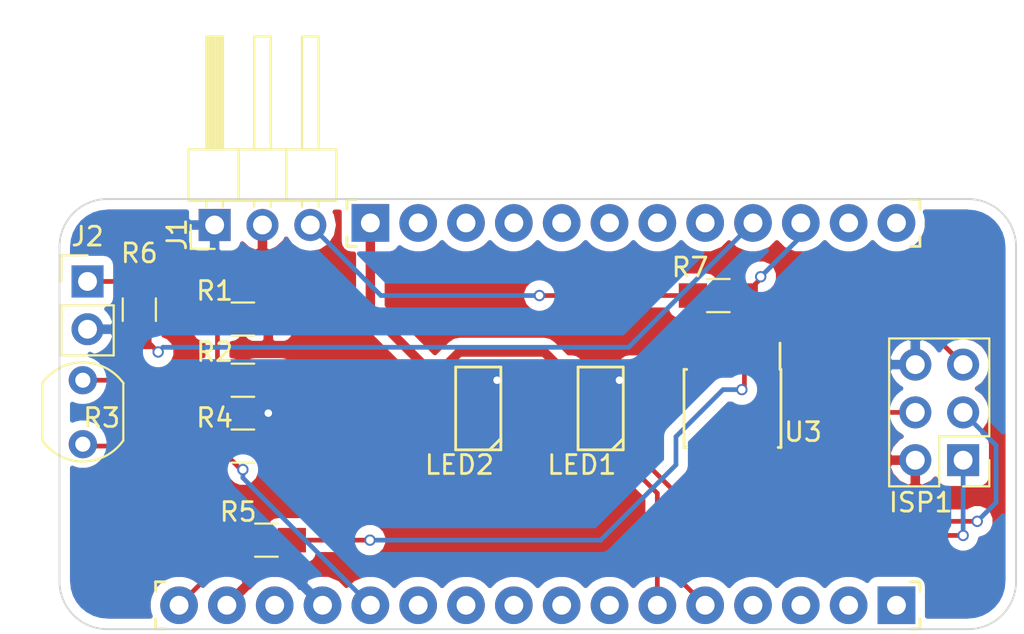
<source format=kicad_pcb>
(kicad_pcb (version 4) (host pcbnew 4.0.6+dfsg1-1)

  (general
    (links 33)
    (no_connects 0)
    (area 111.709999 102.819999 162.610001 125.780001)
    (thickness 1.6)
    (drawings 8)
    (tracks 99)
    (zones 0)
    (modules 15)
    (nets 20)
  )

  (page USLetter)
  (title_block
    (date "sam. 04 avril 2015")
  )

  (layers
    (0 F.Cu signal)
    (31 B.Cu signal)
    (32 B.Adhes user)
    (33 F.Adhes user)
    (34 B.Paste user)
    (35 F.Paste user)
    (36 B.SilkS user)
    (37 F.SilkS user)
    (38 B.Mask user)
    (39 F.Mask user)
    (40 Dwgs.User user)
    (41 Cmts.User user)
    (42 Eco1.User user)
    (43 Eco2.User user)
    (44 Edge.Cuts user)
    (45 Margin user)
    (46 B.CrtYd user)
    (47 F.CrtYd user)
    (48 B.Fab user)
    (49 F.Fab user)
  )

  (setup
    (last_trace_width 0.25)
    (trace_clearance 0.2)
    (zone_clearance 0.508)
    (zone_45_only no)
    (trace_min 0.2)
    (segment_width 0.15)
    (edge_width 0.1)
    (via_size 0.6)
    (via_drill 0.4)
    (via_min_size 0.4)
    (via_min_drill 0.3)
    (uvia_size 0.3)
    (uvia_drill 0.1)
    (uvias_allowed no)
    (uvia_min_size 0.2)
    (uvia_min_drill 0.1)
    (pcb_text_width 0.3)
    (pcb_text_size 1.5 1.5)
    (mod_edge_width 0.15)
    (mod_text_size 1 1)
    (mod_text_width 0.15)
    (pad_size 1.5 1.5)
    (pad_drill 0.6)
    (pad_to_mask_clearance 0)
    (aux_axis_origin 137.16 114.3)
    (grid_origin 130.5 129.5)
    (visible_elements 7FFFFFFF)
    (pcbplotparams
      (layerselection 0x00030_80000001)
      (usegerberextensions false)
      (excludeedgelayer true)
      (linewidth 0.100000)
      (plotframeref false)
      (viasonmask false)
      (mode 1)
      (useauxorigin false)
      (hpglpennumber 1)
      (hpglpenspeed 20)
      (hpglpendiameter 15)
      (hpglpenoverlay 2)
      (psnegative false)
      (psa4output false)
      (plotreference true)
      (plotvalue true)
      (plotinvisibletext false)
      (padsonsilk false)
      (subtractmaskfromsilk false)
      (outputformat 1)
      (mirror false)
      (drillshape 1)
      (scaleselection 1)
      (outputdirectory ""))
  )

  (net 0 "")
  (net 1 /MOSI)
  (net 2 /SCK)
  (net 3 GND)
  (net 4 /VBAT)
  (net 5 VCC)
  (net 6 /D5)
  (net 7 /A0)
  (net 8 "Net-(R1-Pad1)")
  (net 9 /D6)
  (net 10 "Net-(ISP1-Pad1)")
  (net 11 "Net-(ISP1-Pad3)")
  (net 12 "Net-(ISP1-Pad4)")
  (net 13 "Net-(ISP1-Pad5)")
  (net 14 "Net-(J1-Pad3)")
  (net 15 "Net-(J2-Pad1)")
  (net 16 "Net-(R5-Pad1)")
  (net 17 "Net-(LED1-Pad5)")
  (net 18 "Net-(LED1-Pad6)")
  (net 19 /~RESET)

  (net_class Default "This is the default net class."
    (clearance 0.2)
    (trace_width 0.25)
    (via_dia 0.6)
    (via_drill 0.4)
    (uvia_dia 0.3)
    (uvia_drill 0.1)
    (add_net /A0)
    (add_net /D5)
    (add_net /D6)
    (add_net /MOSI)
    (add_net /SCK)
    (add_net /~RESET)
    (add_net "Net-(ISP1-Pad1)")
    (add_net "Net-(ISP1-Pad3)")
    (add_net "Net-(ISP1-Pad4)")
    (add_net "Net-(ISP1-Pad5)")
    (add_net "Net-(J1-Pad3)")
    (add_net "Net-(J2-Pad1)")
    (add_net "Net-(LED1-Pad5)")
    (add_net "Net-(LED1-Pad6)")
    (add_net "Net-(R1-Pad1)")
    (add_net "Net-(R5-Pad1)")
  )

  (net_class Power ""
    (clearance 0.3)
    (trace_width 0.5)
    (via_dia 0.6)
    (via_drill 0.4)
    (uvia_dia 0.3)
    (uvia_drill 0.1)
    (add_net /VBAT)
    (add_net GND)
    (add_net VCC)
  )

  (module Adafruit_FeatherWing:Conn_PinHeader_1x16 (layer F.Cu) (tedit 58EF1B8A) (tstamp 58EF1DFE)
    (at 137.16 124.46 180)
    (path /56D755F3)
    (fp_text reference JP1 (at 0 0.508 360) (layer F.Fab)
      (effects (font (size 0.6 0.6) (thickness 0.1)))
    )
    (fp_text value PinHeader_01x16_2.54mm (at 0 -0.508 360) (layer F.Fab)
      (effects (font (size 0.6 0.5) (thickness 0.1)))
    )
    (fp_text user %R (at 0 0 360) (layer Eco1.User)
      (effects (font (size 0.3 0.3) (thickness 0.03)))
    )
    (fp_line (start 20.58 1.5) (end -20.58 1.5) (layer F.CrtYd) (width 0.05))
    (fp_line (start -20.58 -1.5) (end 20.58 -1.5) (layer F.CrtYd) (width 0.05))
    (fp_line (start -20.58 -1.5) (end -20.58 1.5) (layer F.CrtYd) (width 0.05))
    (fp_line (start 20.58 1.5) (end 20.58 -1.5) (layer F.CrtYd) (width 0.05))
    (fp_line (start 20.297 0.739) (end 20.297 1.247) (layer F.SilkS) (width 0.15))
    (fp_line (start -20.297 0.739) (end -20.297 1.247) (layer F.SilkS) (width 0.15))
    (fp_line (start -20.297 -1.247) (end -20.297 -0.739) (layer F.SilkS) (width 0.15))
    (fp_line (start 19.789 1.247) (end 20.297 1.247) (layer F.SilkS) (width 0.15))
    (fp_line (start -20.297 1.247) (end -19.789 1.247) (layer F.SilkS) (width 0.15))
    (fp_line (start 19.789 -1.247) (end 20.297 -1.247) (layer F.SilkS) (width 0.15))
    (fp_line (start -20.297 -1.247) (end -19.789 -1.247) (layer F.SilkS) (width 0.15))
    (fp_line (start 20.297 -1.247) (end 20.297 -0.739) (layer F.SilkS) (width 0.15))
    (fp_line (start -20.32 -1.27) (end 20.32 -1.27) (layer F.Fab) (width 0.05))
    (fp_line (start 20.32 -1.27) (end 20.32 1.27) (layer F.Fab) (width 0.05))
    (fp_line (start -20.32 1.27) (end 20.32 1.27) (layer F.Fab) (width 0.05))
    (fp_line (start -20.32 1.27) (end -20.32 -1.27) (layer F.Fab) (width 0.05))
    (pad 11 thru_hole circle (at 6.35 0 180) (size 2 2) (drill 1) (layers *.Cu *.Mask))
    (pad 12 thru_hole circle (at 8.89 0 180) (size 2 2) (drill 1) (layers *.Cu *.Mask)
      (net 7 /A0))
    (pad 10 thru_hole circle (at 3.81 0 180) (size 2 2) (drill 1) (layers *.Cu *.Mask))
    (pad 9 thru_hole circle (at 1.27 0 180) (size 2 2) (drill 1) (layers *.Cu *.Mask))
    (pad 8 thru_hole circle (at -1.27 0 180) (size 2 2) (drill 1) (layers *.Cu *.Mask))
    (pad 5 thru_hole circle (at -8.89 0 180) (size 2 2) (drill 1) (layers *.Cu *.Mask)
      (net 1 /MOSI))
    (pad 6 thru_hole circle (at -6.35 0 180) (size 2 2) (drill 1) (layers *.Cu *.Mask)
      (net 2 /SCK))
    (pad 7 thru_hole circle (at -3.81 0 180) (size 2 2) (drill 1) (layers *.Cu *.Mask))
    (pad 4 thru_hole circle (at -11.43 0 180) (size 2 2) (drill 1) (layers *.Cu *.Mask))
    (pad 3 thru_hole circle (at -13.97 0 180) (size 2 2) (drill 1) (layers *.Cu *.Mask))
    (pad 2 thru_hole circle (at -16.51 0 180) (size 2 2) (drill 1) (layers *.Cu *.Mask))
    (pad 1 thru_hole rect (at -19.05 0 180) (size 2 2) (drill 1) (layers *.Cu *.Mask))
    (pad 13 thru_hole circle (at 11.43 0 180) (size 2 2) (drill 1) (layers *.Cu *.Mask)
      (net 3 GND))
    (pad 14 thru_hole circle (at 13.97 0 180) (size 2 2) (drill 1) (layers *.Cu *.Mask))
    (pad 15 thru_hole circle (at 16.51 0 180) (size 2 2) (drill 1) (layers *.Cu *.Mask)
      (net 5 VCC))
    (pad 16 thru_hole circle (at 19.05 0 180) (size 2 2) (drill 1) (layers *.Cu *.Mask)
      (net 19 /~RESET))
  )

  (module Resistors_SMD:R_0805_HandSoldering (layer F.Cu) (tedit 59891D56) (tstamp 5982A307)
    (at 146.75 108)
    (descr "Resistor SMD 0805, hand soldering")
    (tags "resistor 0805")
    (path /5982A87C)
    (attr smd)
    (fp_text reference R7 (at -1.5 -1.5) (layer F.SilkS)
      (effects (font (size 1 1) (thickness 0.15)))
    )
    (fp_text value 1K (at 1.75 -1.5) (layer F.Fab)
      (effects (font (size 1 1) (thickness 0.15)))
    )
    (fp_text user %R (at -1.5 -1.5) (layer F.Fab)
      (effects (font (size 1 1) (thickness 0.15)))
    )
    (fp_line (start -1 0.62) (end -1 -0.62) (layer F.Fab) (width 0.1))
    (fp_line (start 1 0.62) (end -1 0.62) (layer F.Fab) (width 0.1))
    (fp_line (start 1 -0.62) (end 1 0.62) (layer F.Fab) (width 0.1))
    (fp_line (start -1 -0.62) (end 1 -0.62) (layer F.Fab) (width 0.1))
    (fp_line (start 0.6 0.88) (end -0.6 0.88) (layer F.SilkS) (width 0.12))
    (fp_line (start -0.6 -0.88) (end 0.6 -0.88) (layer F.SilkS) (width 0.12))
    (fp_line (start -2.35 -0.9) (end 2.35 -0.9) (layer F.CrtYd) (width 0.05))
    (fp_line (start -2.35 -0.9) (end -2.35 0.9) (layer F.CrtYd) (width 0.05))
    (fp_line (start 2.35 0.9) (end 2.35 -0.9) (layer F.CrtYd) (width 0.05))
    (fp_line (start 2.35 0.9) (end -2.35 0.9) (layer F.CrtYd) (width 0.05))
    (pad 1 smd rect (at -1.35 0) (size 1.5 1.3) (layers F.Cu F.Paste F.Mask)
      (net 14 "Net-(J1-Pad3)"))
    (pad 2 smd rect (at 1.35 0) (size 1.5 1.3) (layers F.Cu F.Paste F.Mask)
      (net 6 /D5))
    (model Resistors_SMD.3dshapes/R_0805.wrl
      (at (xyz 0 0 0))
      (scale (xyz 1 1 1))
      (rotate (xyz 0 0 0))
    )
  )

  (module Adafruit_FeatherWing:Conn_PinHeader_1x12 (layer F.Cu) (tedit 56B1F058) (tstamp 58EF1E1F)
    (at 142.24 104.14)
    (path /56D754D1)
    (fp_text reference JP3 (at 0 0.6 180) (layer F.Fab)
      (effects (font (size 0.6 0.6) (thickness 0.1)))
    )
    (fp_text value PinHeader_01x12_2.54mm (at 0 -0.5 180) (layer F.Fab)
      (effects (font (size 0.6 0.5) (thickness 0.1)))
    )
    (fp_text user %R (at 0 0 180) (layer Eco1.User)
      (effects (font (size 0.3 0.3) (thickness 0.03)))
    )
    (fp_line (start 15.5 1.5) (end -15.5 1.5) (layer F.CrtYd) (width 0.05))
    (fp_line (start -15.5 -1.5) (end 15.5 -1.5) (layer F.CrtYd) (width 0.05))
    (fp_line (start -15.5 -1.5) (end -15.5 1.5) (layer F.CrtYd) (width 0.05))
    (fp_line (start 15.5 1.5) (end 15.5 -1.5) (layer F.CrtYd) (width 0.05))
    (fp_line (start 15.217 0.739) (end 15.217 1.247) (layer F.SilkS) (width 0.15))
    (fp_line (start -15.217 0.739) (end -15.217 1.247) (layer F.SilkS) (width 0.15))
    (fp_line (start -15.217 -1.247) (end -15.217 -0.739) (layer F.SilkS) (width 0.15))
    (fp_line (start 14.709 1.247) (end 15.217 1.247) (layer F.SilkS) (width 0.15))
    (fp_line (start -15.217 1.247) (end -14.709 1.247) (layer F.SilkS) (width 0.15))
    (fp_line (start 14.709 -1.247) (end 15.217 -1.247) (layer F.SilkS) (width 0.15))
    (fp_line (start -15.217 -1.247) (end -14.709 -1.247) (layer F.SilkS) (width 0.15))
    (fp_line (start 15.217 -1.247) (end 15.217 -0.739) (layer F.SilkS) (width 0.15))
    (fp_line (start -15.24 -1.27) (end 15.24 -1.27) (layer F.Fab) (width 0.05))
    (fp_line (start 15.24 -1.27) (end 15.24 1.27) (layer F.Fab) (width 0.05))
    (fp_line (start -15.24 1.27) (end 15.24 1.27) (layer F.Fab) (width 0.05))
    (fp_line (start -15.24 1.27) (end -15.24 -1.27) (layer F.Fab) (width 0.05))
    (pad 11 thru_hole circle (at 11.43 0) (size 2 2) (drill 1) (layers *.Cu *.Mask))
    (pad 12 thru_hole circle (at 13.97 0) (size 2 2) (drill 1) (layers *.Cu *.Mask))
    (pad 10 thru_hole circle (at 8.89 0) (size 2 2) (drill 1) (layers *.Cu *.Mask)
      (net 6 /D5))
    (pad 9 thru_hole circle (at 6.35 0) (size 2 2) (drill 1) (layers *.Cu *.Mask)
      (net 9 /D6))
    (pad 8 thru_hole circle (at 3.81 0) (size 2 2) (drill 1) (layers *.Cu *.Mask))
    (pad 5 thru_hole circle (at -3.81 0) (size 2 2) (drill 1) (layers *.Cu *.Mask))
    (pad 6 thru_hole circle (at -1.27 0) (size 2 2) (drill 1) (layers *.Cu *.Mask))
    (pad 7 thru_hole circle (at 1.27 0) (size 2 2) (drill 1) (layers *.Cu *.Mask))
    (pad 4 thru_hole circle (at -6.35 0) (size 2 2) (drill 1) (layers *.Cu *.Mask))
    (pad 3 thru_hole circle (at -8.89 0) (size 2 2) (drill 1) (layers *.Cu *.Mask))
    (pad 2 thru_hole circle (at -11.43 0) (size 2 2) (drill 1) (layers *.Cu *.Mask))
    (pad 1 thru_hole rect (at -13.97 0) (size 2 2) (drill 1) (layers *.Cu *.Mask)
      (net 4 /VBAT))
  )

  (module CrumpPrints:APA102 (layer F.Cu) (tedit 5982AB4B) (tstamp 59797A10)
    (at 140.5 114 90)
    (path /59797576)
    (fp_text reference LED1 (at -3 -1 180) (layer F.SilkS)
      (effects (font (size 1 1) (thickness 0.15)))
    )
    (fp_text value "APA102 (RGB)" (at 3 1 180) (layer F.Fab)
      (effects (font (size 0.8 0.8) (thickness 0.15)))
    )
    (fp_line (start -2.2 0.6) (end -1.6 1.2) (layer F.SilkS) (width 0.15))
    (fp_line (start 2.2 1.2) (end -1.8 1.2) (layer F.SilkS) (width 0.15))
    (fp_line (start -2.2 -1.2) (end 2.2 -1.2) (layer F.SilkS) (width 0.15))
    (fp_line (start -1.8 1.2) (end -2.2 1.2) (layer F.SilkS) (width 0.15))
    (fp_line (start 2.2 -1.2) (end 2.2 1.2) (layer F.SilkS) (width 0.15))
    (fp_line (start -2.2 -1.2) (end -2.2 1.2) (layer F.SilkS) (width 0.15))
    (pad 3 smd rect (at 1.6 2.2 180) (size 1.4 1.4) (layers F.Cu F.Paste F.Mask)
      (net 3 GND))
    (pad 4 smd rect (at 1.6 -2.2 180) (size 1.4 1.4) (layers F.Cu F.Paste F.Mask)
      (net 4 /VBAT))
    (pad 5 smd rect (at 0 -2.2 180) (size 1.4 1.3) (layers F.Cu F.Paste F.Mask)
      (net 17 "Net-(LED1-Pad5)"))
    (pad 2 smd rect (at 0 2.2 180) (size 1.4 1.3) (layers F.Cu F.Paste F.Mask)
      (net 2 /SCK))
    (pad 1 smd rect (at -1.6 2.2 180) (size 1.4 1.4) (layers F.Cu F.Paste F.Mask)
      (net 1 /MOSI))
    (pad 6 smd rect (at -1.6 -2.2 180) (size 1.4 1.4) (layers F.Cu F.Paste F.Mask)
      (net 18 "Net-(LED1-Pad6)"))
  )

  (module CrumpPrints:APA102 (layer F.Cu) (tedit 5982AB47) (tstamp 59797A1A)
    (at 134 114 90)
    (path /5979778F)
    (fp_text reference LED2 (at -3 -1 180) (layer F.SilkS)
      (effects (font (size 1 1) (thickness 0.15)))
    )
    (fp_text value "APA102 (W)" (at 3 -1 180) (layer F.Fab)
      (effects (font (size 0.8 0.8) (thickness 0.15)))
    )
    (fp_line (start -2.2 0.6) (end -1.6 1.2) (layer F.SilkS) (width 0.15))
    (fp_line (start 2.2 1.2) (end -1.8 1.2) (layer F.SilkS) (width 0.15))
    (fp_line (start -2.2 -1.2) (end 2.2 -1.2) (layer F.SilkS) (width 0.15))
    (fp_line (start -1.8 1.2) (end -2.2 1.2) (layer F.SilkS) (width 0.15))
    (fp_line (start 2.2 -1.2) (end 2.2 1.2) (layer F.SilkS) (width 0.15))
    (fp_line (start -2.2 -1.2) (end -2.2 1.2) (layer F.SilkS) (width 0.15))
    (pad 3 smd rect (at 1.6 2.2 180) (size 1.4 1.4) (layers F.Cu F.Paste F.Mask)
      (net 3 GND))
    (pad 4 smd rect (at 1.6 -2.2 180) (size 1.4 1.4) (layers F.Cu F.Paste F.Mask)
      (net 4 /VBAT))
    (pad 5 smd rect (at 0 -2.2 180) (size 1.4 1.3) (layers F.Cu F.Paste F.Mask))
    (pad 2 smd rect (at 0 2.2 180) (size 1.4 1.3) (layers F.Cu F.Paste F.Mask)
      (net 17 "Net-(LED1-Pad5)"))
    (pad 1 smd rect (at -1.6 2.2 180) (size 1.4 1.4) (layers F.Cu F.Paste F.Mask)
      (net 18 "Net-(LED1-Pad6)"))
    (pad 6 smd rect (at -1.6 -2.2 180) (size 1.4 1.4) (layers F.Cu F.Paste F.Mask))
  )

  (module Opto-Devices:Resistor_LDR_5.1x4.3_RM3.4 (layer F.Cu) (tedit 5981D3FE) (tstamp 597CF379)
    (at 113 112.5 270)
    (descr "Resistor, LDR 5.1x3.4mm")
    (tags "Resistor LDR5.1x3.4mm")
    (path /59797B58)
    (fp_text reference R3 (at 2 -1 360) (layer F.SilkS)
      (effects (font (size 1 1) (thickness 0.15)))
    )
    (fp_text value R_PHOTO (at 1.5 3 270) (layer F.Fab)
      (effects (font (size 1 1) (thickness 0.15)))
    )
    (fp_line (start 0.15 2.15) (end 3.2 2.15) (layer F.SilkS) (width 0.12))
    (fp_line (start 0.15 -2.15) (end 3.2 -2.15) (layer F.SilkS) (width 0.12))
    (fp_line (start 1 0) (end 2.3 0) (layer F.Fab) (width 0.1))
    (fp_line (start 2.3 0) (end 2.3 -0.6) (layer F.Fab) (width 0.1))
    (fp_line (start 2.3 -0.6) (end 0.8 -0.6) (layer F.Fab) (width 0.1))
    (fp_line (start 2.6 0.6) (end 1 0.6) (layer F.Fab) (width 0.1))
    (fp_line (start 0.8 -1.8) (end 2.6 -1.8) (layer F.Fab) (width 0.1))
    (fp_line (start 2.6 -1.8) (end 2.6 -1.2) (layer F.Fab) (width 0.1))
    (fp_line (start 2.6 -1.2) (end 0.8 -1.2) (layer F.Fab) (width 0.1))
    (fp_line (start 0.8 -1.2) (end 0.8 -0.6) (layer F.Fab) (width 0.1))
    (fp_line (start 1 0) (end 1 0.6) (layer F.Fab) (width 0.1))
    (fp_line (start 2.6 0.6) (end 2.6 1.2) (layer F.Fab) (width 0.1))
    (fp_line (start 2.6 1.2) (end 0.8 1.2) (layer F.Fab) (width 0.1))
    (fp_line (start 0.8 1.2) (end 0.8 1.8) (layer F.Fab) (width 0.1))
    (fp_line (start 0.8 1.8) (end 2.6 1.8) (layer F.Fab) (width 0.1))
    (fp_line (start 3.2 2.1) (end 0.2 2.1) (layer F.Fab) (width 0.1))
    (fp_line (start 0.2 -2.1) (end 3.2 -2.1) (layer F.Fab) (width 0.1))
    (fp_line (start -1.13 -2.35) (end 4.53 -2.35) (layer F.CrtYd) (width 0.05))
    (fp_line (start -1.13 -2.35) (end -1.13 2.35) (layer F.CrtYd) (width 0.05))
    (fp_line (start 4.53 2.35) (end 4.53 -2.35) (layer F.CrtYd) (width 0.05))
    (fp_line (start 4.53 2.35) (end -1.13 2.35) (layer F.CrtYd) (width 0.05))
    (fp_arc (start 1.7 0) (end 0.15 2.15) (angle 109) (layer F.SilkS) (width 0.12))
    (fp_arc (start 1.7 0) (end 3.2 -2.15) (angle 109) (layer F.SilkS) (width 0.12))
    (fp_arc (start 1.7 0) (end 3.2 -2.1) (angle 109) (layer F.Fab) (width 0.1))
    (fp_arc (start 1.7 0) (end 0.2 2.1) (angle 109) (layer F.Fab) (width 0.1))
    (pad 1 thru_hole circle (at 0 0 270) (size 1.5 1.5) (drill 0.8) (layers *.Cu *.Mask)
      (net 8 "Net-(R1-Pad1)"))
    (pad 2 thru_hole circle (at 3.4 0 270) (size 1.5 1.5) (drill 0.8) (layers *.Cu *.Mask)
      (net 7 /A0))
  )

  (module Pin_Headers:Pin_Header_Straight_2x03_Pitch2.54mm (layer F.Cu) (tedit 59891D44) (tstamp 59820266)
    (at 159.75 116.75 180)
    (descr "Through hole straight pin header, 2x03, 2.54mm pitch, double rows")
    (tags "Through hole pin header THT 2x03 2.54mm double row")
    (path /597D1114)
    (fp_text reference ISP1 (at 2.25 -2.25 360) (layer F.SilkS)
      (effects (font (size 1 1) (thickness 0.15)))
    )
    (fp_text value AVR-ISP-6 (at 2.75 7.25 360) (layer F.Fab)
      (effects (font (size 1 1) (thickness 0.15)))
    )
    (fp_line (start -1.27 -1.27) (end -1.27 6.35) (layer F.Fab) (width 0.1))
    (fp_line (start -1.27 6.35) (end 3.81 6.35) (layer F.Fab) (width 0.1))
    (fp_line (start 3.81 6.35) (end 3.81 -1.27) (layer F.Fab) (width 0.1))
    (fp_line (start 3.81 -1.27) (end -1.27 -1.27) (layer F.Fab) (width 0.1))
    (fp_line (start -1.39 1.27) (end -1.39 6.47) (layer F.SilkS) (width 0.12))
    (fp_line (start -1.39 6.47) (end 3.93 6.47) (layer F.SilkS) (width 0.12))
    (fp_line (start 3.93 6.47) (end 3.93 -1.39) (layer F.SilkS) (width 0.12))
    (fp_line (start 3.93 -1.39) (end 1.27 -1.39) (layer F.SilkS) (width 0.12))
    (fp_line (start 1.27 -1.39) (end 1.27 1.27) (layer F.SilkS) (width 0.12))
    (fp_line (start 1.27 1.27) (end -1.39 1.27) (layer F.SilkS) (width 0.12))
    (fp_line (start -1.39 0) (end -1.39 -1.39) (layer F.SilkS) (width 0.12))
    (fp_line (start -1.39 -1.39) (end 0 -1.39) (layer F.SilkS) (width 0.12))
    (fp_line (start -1.6 -1.6) (end -1.6 6.6) (layer F.CrtYd) (width 0.05))
    (fp_line (start -1.6 6.6) (end 4.1 6.6) (layer F.CrtYd) (width 0.05))
    (fp_line (start 4.1 6.6) (end 4.1 -1.6) (layer F.CrtYd) (width 0.05))
    (fp_line (start 4.1 -1.6) (end -1.6 -1.6) (layer F.CrtYd) (width 0.05))
    (pad 1 thru_hole rect (at 0 0 180) (size 1.7 1.7) (drill 1) (layers *.Cu *.Mask)
      (net 10 "Net-(ISP1-Pad1)"))
    (pad 2 thru_hole oval (at 2.54 0 180) (size 1.7 1.7) (drill 1) (layers *.Cu *.Mask)
      (net 5 VCC))
    (pad 3 thru_hole oval (at 0 2.54 180) (size 1.7 1.7) (drill 1) (layers *.Cu *.Mask)
      (net 11 "Net-(ISP1-Pad3)"))
    (pad 4 thru_hole oval (at 2.54 2.54 180) (size 1.7 1.7) (drill 1) (layers *.Cu *.Mask)
      (net 12 "Net-(ISP1-Pad4)"))
    (pad 5 thru_hole oval (at 0 5.08 180) (size 1.7 1.7) (drill 1) (layers *.Cu *.Mask)
      (net 13 "Net-(ISP1-Pad5)"))
    (pad 6 thru_hole oval (at 2.54 5.08 180) (size 1.7 1.7) (drill 1) (layers *.Cu *.Mask)
      (net 3 GND))
    (model Pin_Headers.3dshapes/Pin_Header_Straight_2x03_Pitch2.54mm.wrl
      (at (xyz 0.05 -0.1 0))
      (scale (xyz 1 1 1))
      (rotate (xyz 0 0 90))
    )
  )

  (module Housings_SOIC:SOIC-8_3.9x4.9mm_Pitch1.27mm (layer F.Cu) (tedit 59891D60) (tstamp 5987B366)
    (at 147.5 114 270)
    (descr "8-Lead Plastic Small Outline (SN) - Narrow, 3.90 mm Body [SOIC] (see Microchip Packaging Specification 00000049BS.pdf)")
    (tags "SOIC 1.27")
    (path /597D0F49)
    (attr smd)
    (fp_text reference U3 (at 1.25 -3.75 360) (layer F.SilkS)
      (effects (font (size 1 1) (thickness 0.15)))
    )
    (fp_text value ATTINY85-20PU (at 4.75 -0.25 360) (layer F.Fab)
      (effects (font (size 1 1) (thickness 0.15)))
    )
    (fp_line (start -0.95 -2.45) (end 1.95 -2.45) (layer F.Fab) (width 0.15))
    (fp_line (start 1.95 -2.45) (end 1.95 2.45) (layer F.Fab) (width 0.15))
    (fp_line (start 1.95 2.45) (end -1.95 2.45) (layer F.Fab) (width 0.15))
    (fp_line (start -1.95 2.45) (end -1.95 -1.45) (layer F.Fab) (width 0.15))
    (fp_line (start -1.95 -1.45) (end -0.95 -2.45) (layer F.Fab) (width 0.15))
    (fp_line (start -3.75 -2.75) (end -3.75 2.75) (layer F.CrtYd) (width 0.05))
    (fp_line (start 3.75 -2.75) (end 3.75 2.75) (layer F.CrtYd) (width 0.05))
    (fp_line (start -3.75 -2.75) (end 3.75 -2.75) (layer F.CrtYd) (width 0.05))
    (fp_line (start -3.75 2.75) (end 3.75 2.75) (layer F.CrtYd) (width 0.05))
    (fp_line (start -2.075 -2.575) (end -2.075 -2.525) (layer F.SilkS) (width 0.15))
    (fp_line (start 2.075 -2.575) (end 2.075 -2.43) (layer F.SilkS) (width 0.15))
    (fp_line (start 2.075 2.575) (end 2.075 2.43) (layer F.SilkS) (width 0.15))
    (fp_line (start -2.075 2.575) (end -2.075 2.43) (layer F.SilkS) (width 0.15))
    (fp_line (start -2.075 -2.575) (end 2.075 -2.575) (layer F.SilkS) (width 0.15))
    (fp_line (start -2.075 2.575) (end 2.075 2.575) (layer F.SilkS) (width 0.15))
    (fp_line (start -2.075 -2.525) (end -3.475 -2.525) (layer F.SilkS) (width 0.15))
    (pad 1 smd rect (at -2.7 -1.905 270) (size 1.55 0.6) (layers F.Cu F.Paste F.Mask)
      (net 13 "Net-(ISP1-Pad5)"))
    (pad 2 smd rect (at -2.7 -0.635 270) (size 1.55 0.6) (layers F.Cu F.Paste F.Mask)
      (net 16 "Net-(R5-Pad1)"))
    (pad 3 smd rect (at -2.7 0.635 270) (size 1.55 0.6) (layers F.Cu F.Paste F.Mask)
      (net 6 /D5))
    (pad 4 smd rect (at -2.7 1.905 270) (size 1.55 0.6) (layers F.Cu F.Paste F.Mask)
      (net 3 GND))
    (pad 5 smd rect (at 2.7 1.905 270) (size 1.55 0.6) (layers F.Cu F.Paste F.Mask)
      (net 12 "Net-(ISP1-Pad4)"))
    (pad 6 smd rect (at 2.7 0.635 270) (size 1.55 0.6) (layers F.Cu F.Paste F.Mask)
      (net 10 "Net-(ISP1-Pad1)"))
    (pad 7 smd rect (at 2.7 -0.635 270) (size 1.55 0.6) (layers F.Cu F.Paste F.Mask)
      (net 11 "Net-(ISP1-Pad3)"))
    (pad 8 smd rect (at 2.7 -1.905 270) (size 1.55 0.6) (layers F.Cu F.Paste F.Mask)
      (net 5 VCC))
    (model Housings_SOIC.3dshapes/SOIC-8_3.9x4.9mm_Pitch1.27mm.wrl
      (at (xyz 0 0 0))
      (scale (xyz 1 1 1))
      (rotate (xyz 0 0 0))
    )
  )

  (module Pin_Headers:Pin_Header_Angled_1x03_Pitch2.54mm (layer F.Cu) (tedit 5987E882) (tstamp 59797A06)
    (at 120 104.25 90)
    (descr "Through hole angled pin header, 1x03, 2.54mm pitch, 6mm pin length, single row")
    (tags "Through hole angled pin header THT 1x03 2.54mm single row")
    (path /59797A62)
    (fp_text reference J1 (at -0.5 -2 90) (layer F.SilkS)
      (effects (font (size 1 1) (thickness 0.15)))
    )
    (fp_text value "MOTION DETECTOR" (at 5 7.5 90) (layer F.Fab)
      (effects (font (size 1 1) (thickness 0.15)))
    )
    (fp_line (start 1.4 -1.27) (end 1.4 1.27) (layer F.Fab) (width 0.1))
    (fp_line (start 1.4 1.27) (end 3.9 1.27) (layer F.Fab) (width 0.1))
    (fp_line (start 3.9 1.27) (end 3.9 -1.27) (layer F.Fab) (width 0.1))
    (fp_line (start 3.9 -1.27) (end 1.4 -1.27) (layer F.Fab) (width 0.1))
    (fp_line (start 0 -0.32) (end 0 0.32) (layer F.Fab) (width 0.1))
    (fp_line (start 0 0.32) (end 9.9 0.32) (layer F.Fab) (width 0.1))
    (fp_line (start 9.9 0.32) (end 9.9 -0.32) (layer F.Fab) (width 0.1))
    (fp_line (start 9.9 -0.32) (end 0 -0.32) (layer F.Fab) (width 0.1))
    (fp_line (start 1.4 1.27) (end 1.4 3.81) (layer F.Fab) (width 0.1))
    (fp_line (start 1.4 3.81) (end 3.9 3.81) (layer F.Fab) (width 0.1))
    (fp_line (start 3.9 3.81) (end 3.9 1.27) (layer F.Fab) (width 0.1))
    (fp_line (start 3.9 1.27) (end 1.4 1.27) (layer F.Fab) (width 0.1))
    (fp_line (start 0 2.22) (end 0 2.86) (layer F.Fab) (width 0.1))
    (fp_line (start 0 2.86) (end 9.9 2.86) (layer F.Fab) (width 0.1))
    (fp_line (start 9.9 2.86) (end 9.9 2.22) (layer F.Fab) (width 0.1))
    (fp_line (start 9.9 2.22) (end 0 2.22) (layer F.Fab) (width 0.1))
    (fp_line (start 1.4 3.81) (end 1.4 6.35) (layer F.Fab) (width 0.1))
    (fp_line (start 1.4 6.35) (end 3.9 6.35) (layer F.Fab) (width 0.1))
    (fp_line (start 3.9 6.35) (end 3.9 3.81) (layer F.Fab) (width 0.1))
    (fp_line (start 3.9 3.81) (end 1.4 3.81) (layer F.Fab) (width 0.1))
    (fp_line (start 0 4.76) (end 0 5.4) (layer F.Fab) (width 0.1))
    (fp_line (start 0 5.4) (end 9.9 5.4) (layer F.Fab) (width 0.1))
    (fp_line (start 9.9 5.4) (end 9.9 4.76) (layer F.Fab) (width 0.1))
    (fp_line (start 9.9 4.76) (end 0 4.76) (layer F.Fab) (width 0.1))
    (fp_line (start 1.28 -1.39) (end 1.28 1.27) (layer F.SilkS) (width 0.12))
    (fp_line (start 1.28 1.27) (end 4.02 1.27) (layer F.SilkS) (width 0.12))
    (fp_line (start 4.02 1.27) (end 4.02 -1.39) (layer F.SilkS) (width 0.12))
    (fp_line (start 4.02 -1.39) (end 1.28 -1.39) (layer F.SilkS) (width 0.12))
    (fp_line (start 4.02 -0.44) (end 4.02 0.44) (layer F.SilkS) (width 0.12))
    (fp_line (start 4.02 0.44) (end 10.02 0.44) (layer F.SilkS) (width 0.12))
    (fp_line (start 10.02 0.44) (end 10.02 -0.44) (layer F.SilkS) (width 0.12))
    (fp_line (start 10.02 -0.44) (end 4.02 -0.44) (layer F.SilkS) (width 0.12))
    (fp_line (start 0.97 -0.44) (end 1.28 -0.44) (layer F.SilkS) (width 0.12))
    (fp_line (start 0.97 0.44) (end 1.28 0.44) (layer F.SilkS) (width 0.12))
    (fp_line (start 4.02 -0.32) (end 10.02 -0.32) (layer F.SilkS) (width 0.12))
    (fp_line (start 4.02 -0.2) (end 10.02 -0.2) (layer F.SilkS) (width 0.12))
    (fp_line (start 4.02 -0.08) (end 10.02 -0.08) (layer F.SilkS) (width 0.12))
    (fp_line (start 4.02 0.04) (end 10.02 0.04) (layer F.SilkS) (width 0.12))
    (fp_line (start 4.02 0.16) (end 10.02 0.16) (layer F.SilkS) (width 0.12))
    (fp_line (start 4.02 0.28) (end 10.02 0.28) (layer F.SilkS) (width 0.12))
    (fp_line (start 4.02 0.4) (end 10.02 0.4) (layer F.SilkS) (width 0.12))
    (fp_line (start 1.28 1.27) (end 1.28 3.81) (layer F.SilkS) (width 0.12))
    (fp_line (start 1.28 3.81) (end 4.02 3.81) (layer F.SilkS) (width 0.12))
    (fp_line (start 4.02 3.81) (end 4.02 1.27) (layer F.SilkS) (width 0.12))
    (fp_line (start 4.02 1.27) (end 1.28 1.27) (layer F.SilkS) (width 0.12))
    (fp_line (start 4.02 2.1) (end 4.02 2.98) (layer F.SilkS) (width 0.12))
    (fp_line (start 4.02 2.98) (end 10.02 2.98) (layer F.SilkS) (width 0.12))
    (fp_line (start 10.02 2.98) (end 10.02 2.1) (layer F.SilkS) (width 0.12))
    (fp_line (start 10.02 2.1) (end 4.02 2.1) (layer F.SilkS) (width 0.12))
    (fp_line (start 0.97 2.1) (end 1.28 2.1) (layer F.SilkS) (width 0.12))
    (fp_line (start 0.97 2.98) (end 1.28 2.98) (layer F.SilkS) (width 0.12))
    (fp_line (start 1.28 3.81) (end 1.28 6.47) (layer F.SilkS) (width 0.12))
    (fp_line (start 1.28 6.47) (end 4.02 6.47) (layer F.SilkS) (width 0.12))
    (fp_line (start 4.02 6.47) (end 4.02 3.81) (layer F.SilkS) (width 0.12))
    (fp_line (start 4.02 3.81) (end 1.28 3.81) (layer F.SilkS) (width 0.12))
    (fp_line (start 4.02 4.64) (end 4.02 5.52) (layer F.SilkS) (width 0.12))
    (fp_line (start 4.02 5.52) (end 10.02 5.52) (layer F.SilkS) (width 0.12))
    (fp_line (start 10.02 5.52) (end 10.02 4.64) (layer F.SilkS) (width 0.12))
    (fp_line (start 10.02 4.64) (end 4.02 4.64) (layer F.SilkS) (width 0.12))
    (fp_line (start 0.97 4.64) (end 1.28 4.64) (layer F.SilkS) (width 0.12))
    (fp_line (start 0.97 5.52) (end 1.28 5.52) (layer F.SilkS) (width 0.12))
    (fp_line (start -1.27 0) (end -1.27 -1.27) (layer F.SilkS) (width 0.12))
    (fp_line (start -1.27 -1.27) (end 0 -1.27) (layer F.SilkS) (width 0.12))
    (fp_line (start -1.6 -1.6) (end -1.6 6.6) (layer F.CrtYd) (width 0.05))
    (fp_line (start -1.6 6.6) (end 10.2 6.6) (layer F.CrtYd) (width 0.05))
    (fp_line (start 10.2 6.6) (end 10.2 -1.6) (layer F.CrtYd) (width 0.05))
    (fp_line (start 10.2 -1.6) (end -1.6 -1.6) (layer F.CrtYd) (width 0.05))
    (pad 1 thru_hole rect (at 0 0 90) (size 1.7 1.7) (drill 1) (layers *.Cu *.Mask)
      (net 3 GND))
    (pad 2 thru_hole oval (at 0 2.54 90) (size 1.7 1.7) (drill 1) (layers *.Cu *.Mask)
      (net 5 VCC))
    (pad 3 thru_hole oval (at 0 5.08 90) (size 1.7 1.7) (drill 1) (layers *.Cu *.Mask)
      (net 14 "Net-(J1-Pad3)"))
    (model Pin_Headers.3dshapes/Pin_Header_Angled_1x03_Pitch2.54mm.wrl
      (at (xyz 0 -0.1 0))
      (scale (xyz 1 1 1))
      (rotate (xyz 0 0 90))
    )
  )

  (module Resistors_SMD:R_0805_HandSoldering (layer F.Cu) (tedit 5987E8A2) (tstamp 599307E3)
    (at 121.5 109.25)
    (descr "Resistor SMD 0805, hand soldering")
    (tags "resistor 0805")
    (path /597CE41F)
    (attr smd)
    (fp_text reference R1 (at -1.5 -1.5 180) (layer F.SilkS)
      (effects (font (size 1 1) (thickness 0.15)))
    )
    (fp_text value 22.6K (at 1.5 -1.5) (layer F.Fab)
      (effects (font (size 1 1) (thickness 0.15)))
    )
    (fp_text user %R (at -1.5 -1.5 180) (layer F.Fab)
      (effects (font (size 1 1) (thickness 0.15)))
    )
    (fp_line (start -1 0.62) (end -1 -0.62) (layer F.Fab) (width 0.1))
    (fp_line (start 1 0.62) (end -1 0.62) (layer F.Fab) (width 0.1))
    (fp_line (start 1 -0.62) (end 1 0.62) (layer F.Fab) (width 0.1))
    (fp_line (start -1 -0.62) (end 1 -0.62) (layer F.Fab) (width 0.1))
    (fp_line (start 0.6 0.88) (end -0.6 0.88) (layer F.SilkS) (width 0.12))
    (fp_line (start -0.6 -0.88) (end 0.6 -0.88) (layer F.SilkS) (width 0.12))
    (fp_line (start -2.35 -0.9) (end 2.35 -0.9) (layer F.CrtYd) (width 0.05))
    (fp_line (start -2.35 -0.9) (end -2.35 0.9) (layer F.CrtYd) (width 0.05))
    (fp_line (start 2.35 0.9) (end 2.35 -0.9) (layer F.CrtYd) (width 0.05))
    (fp_line (start 2.35 0.9) (end -2.35 0.9) (layer F.CrtYd) (width 0.05))
    (pad 1 smd rect (at -1.35 0) (size 1.5 1.3) (layers F.Cu F.Paste F.Mask)
      (net 8 "Net-(R1-Pad1)"))
    (pad 2 smd rect (at 1.35 0) (size 1.5 1.3) (layers F.Cu F.Paste F.Mask)
      (net 5 VCC))
    (model Resistors_SMD.3dshapes/R_0805.wrl
      (at (xyz 0 0 0))
      (scale (xyz 1 1 1))
      (rotate (xyz 0 0 0))
    )
  )

  (module Resistors_SMD:R_0805_HandSoldering (layer F.Cu) (tedit 5981CF88) (tstamp 599307F4)
    (at 121.5 112.5)
    (descr "Resistor SMD 0805, hand soldering")
    (tags "resistor 0805")
    (path /597CE47C)
    (attr smd)
    (fp_text reference R2 (at -1.5 -1.5) (layer F.SilkS)
      (effects (font (size 1 1) (thickness 0.15)))
    )
    (fp_text value 10K (at 1.5 -1.5) (layer F.Fab)
      (effects (font (size 1 1) (thickness 0.15)))
    )
    (fp_text user %R (at -1.5 -1.5) (layer F.Fab)
      (effects (font (size 1 1) (thickness 0.15)))
    )
    (fp_line (start -1 0.62) (end -1 -0.62) (layer F.Fab) (width 0.1))
    (fp_line (start 1 0.62) (end -1 0.62) (layer F.Fab) (width 0.1))
    (fp_line (start 1 -0.62) (end 1 0.62) (layer F.Fab) (width 0.1))
    (fp_line (start -1 -0.62) (end 1 -0.62) (layer F.Fab) (width 0.1))
    (fp_line (start 0.6 0.88) (end -0.6 0.88) (layer F.SilkS) (width 0.12))
    (fp_line (start -0.6 -0.88) (end 0.6 -0.88) (layer F.SilkS) (width 0.12))
    (fp_line (start -2.35 -0.9) (end 2.35 -0.9) (layer F.CrtYd) (width 0.05))
    (fp_line (start -2.35 -0.9) (end -2.35 0.9) (layer F.CrtYd) (width 0.05))
    (fp_line (start 2.35 0.9) (end 2.35 -0.9) (layer F.CrtYd) (width 0.05))
    (fp_line (start 2.35 0.9) (end -2.35 0.9) (layer F.CrtYd) (width 0.05))
    (pad 1 smd rect (at -1.35 0) (size 1.5 1.3) (layers F.Cu F.Paste F.Mask)
      (net 8 "Net-(R1-Pad1)"))
    (pad 2 smd rect (at 1.35 0) (size 1.5 1.3) (layers F.Cu F.Paste F.Mask)
      (net 3 GND))
    (model Resistors_SMD.3dshapes/R_0805.wrl
      (at (xyz 0 0 0))
      (scale (xyz 1 1 1))
      (rotate (xyz 0 0 0))
    )
  )

  (module Resistors_SMD:R_0805_HandSoldering (layer F.Cu) (tedit 5981CF73) (tstamp 59930805)
    (at 121.5 116)
    (descr "Resistor SMD 0805, hand soldering")
    (tags "resistor 0805")
    (path /597D09D1)
    (attr smd)
    (fp_text reference R4 (at -1.5 -1.5) (layer F.SilkS)
      (effects (font (size 1 1) (thickness 0.15)))
    )
    (fp_text value 10K (at 0 1.75) (layer F.Fab)
      (effects (font (size 1 1) (thickness 0.15)))
    )
    (fp_text user %R (at -1.5 -1.5) (layer F.Fab)
      (effects (font (size 1 1) (thickness 0.15)))
    )
    (fp_line (start -1 0.62) (end -1 -0.62) (layer F.Fab) (width 0.1))
    (fp_line (start 1 0.62) (end -1 0.62) (layer F.Fab) (width 0.1))
    (fp_line (start 1 -0.62) (end 1 0.62) (layer F.Fab) (width 0.1))
    (fp_line (start -1 -0.62) (end 1 -0.62) (layer F.Fab) (width 0.1))
    (fp_line (start 0.6 0.88) (end -0.6 0.88) (layer F.SilkS) (width 0.12))
    (fp_line (start -0.6 -0.88) (end 0.6 -0.88) (layer F.SilkS) (width 0.12))
    (fp_line (start -2.35 -0.9) (end 2.35 -0.9) (layer F.CrtYd) (width 0.05))
    (fp_line (start -2.35 -0.9) (end -2.35 0.9) (layer F.CrtYd) (width 0.05))
    (fp_line (start 2.35 0.9) (end 2.35 -0.9) (layer F.CrtYd) (width 0.05))
    (fp_line (start 2.35 0.9) (end -2.35 0.9) (layer F.CrtYd) (width 0.05))
    (pad 1 smd rect (at -1.35 0) (size 1.5 1.3) (layers F.Cu F.Paste F.Mask)
      (net 7 /A0))
    (pad 2 smd rect (at 1.35 0) (size 1.5 1.3) (layers F.Cu F.Paste F.Mask)
      (net 3 GND))
    (model Resistors_SMD.3dshapes/R_0805.wrl
      (at (xyz 0 0 0))
      (scale (xyz 1 1 1))
      (rotate (xyz 0 0 0))
    )
  )

  (module Resistors_SMD:R_0805_HandSoldering (layer F.Cu) (tedit 5987E8B1) (tstamp 5982A2FB)
    (at 122.75 121 180)
    (descr "Resistor SMD 0805, hand soldering")
    (tags "resistor 0805")
    (path /5982A455)
    (attr smd)
    (fp_text reference R5 (at 1.5 1.5 180) (layer F.SilkS)
      (effects (font (size 1 1) (thickness 0.15)))
    )
    (fp_text value 1K (at -2.5 -1.5 180) (layer F.Fab)
      (effects (font (size 1 1) (thickness 0.15)))
    )
    (fp_text user %R (at 1.5 1.5 180) (layer F.Fab)
      (effects (font (size 1 1) (thickness 0.15)))
    )
    (fp_line (start -1 0.62) (end -1 -0.62) (layer F.Fab) (width 0.1))
    (fp_line (start 1 0.62) (end -1 0.62) (layer F.Fab) (width 0.1))
    (fp_line (start 1 -0.62) (end 1 0.62) (layer F.Fab) (width 0.1))
    (fp_line (start -1 -0.62) (end 1 -0.62) (layer F.Fab) (width 0.1))
    (fp_line (start 0.6 0.88) (end -0.6 0.88) (layer F.SilkS) (width 0.12))
    (fp_line (start -0.6 -0.88) (end 0.6 -0.88) (layer F.SilkS) (width 0.12))
    (fp_line (start -2.35 -0.9) (end 2.35 -0.9) (layer F.CrtYd) (width 0.05))
    (fp_line (start -2.35 -0.9) (end -2.35 0.9) (layer F.CrtYd) (width 0.05))
    (fp_line (start 2.35 0.9) (end 2.35 -0.9) (layer F.CrtYd) (width 0.05))
    (fp_line (start 2.35 0.9) (end -2.35 0.9) (layer F.CrtYd) (width 0.05))
    (pad 1 smd rect (at -1.35 0 180) (size 1.5 1.3) (layers F.Cu F.Paste F.Mask)
      (net 16 "Net-(R5-Pad1)"))
    (pad 2 smd rect (at 1.35 0 180) (size 1.5 1.3) (layers F.Cu F.Paste F.Mask)
      (net 19 /~RESET))
    (model Resistors_SMD.3dshapes/R_0805.wrl
      (at (xyz 0 0 0))
      (scale (xyz 1 1 1))
      (rotate (xyz 0 0 0))
    )
  )

  (module Resistors_SMD:R_0805_HandSoldering (layer F.Cu) (tedit 598937C7) (tstamp 5982A301)
    (at 116 108.75 270)
    (descr "Resistor SMD 0805, hand soldering")
    (tags "resistor 0805")
    (path /5982A5C8)
    (attr smd)
    (fp_text reference R6 (at -3 0 360) (layer F.SilkS)
      (effects (font (size 1 1) (thickness 0.15)))
    )
    (fp_text value 1K (at 3 1.5 270) (layer F.Fab)
      (effects (font (size 1 1) (thickness 0.15)))
    )
    (fp_text user %R (at -3 0 360) (layer F.Fab)
      (effects (font (size 1 1) (thickness 0.15)))
    )
    (fp_line (start -1 0.62) (end -1 -0.62) (layer F.Fab) (width 0.1))
    (fp_line (start 1 0.62) (end -1 0.62) (layer F.Fab) (width 0.1))
    (fp_line (start 1 -0.62) (end 1 0.62) (layer F.Fab) (width 0.1))
    (fp_line (start -1 -0.62) (end 1 -0.62) (layer F.Fab) (width 0.1))
    (fp_line (start 0.6 0.88) (end -0.6 0.88) (layer F.SilkS) (width 0.12))
    (fp_line (start -0.6 -0.88) (end 0.6 -0.88) (layer F.SilkS) (width 0.12))
    (fp_line (start -2.35 -0.9) (end 2.35 -0.9) (layer F.CrtYd) (width 0.05))
    (fp_line (start -2.35 -0.9) (end -2.35 0.9) (layer F.CrtYd) (width 0.05))
    (fp_line (start 2.35 0.9) (end 2.35 -0.9) (layer F.CrtYd) (width 0.05))
    (fp_line (start 2.35 0.9) (end -2.35 0.9) (layer F.CrtYd) (width 0.05))
    (pad 1 smd rect (at -1.35 0 270) (size 1.5 1.3) (layers F.Cu F.Paste F.Mask)
      (net 15 "Net-(J2-Pad1)"))
    (pad 2 smd rect (at 1.35 0 270) (size 1.5 1.3) (layers F.Cu F.Paste F.Mask)
      (net 9 /D6))
    (model Resistors_SMD.3dshapes/R_0805.wrl
      (at (xyz 0 0 0))
      (scale (xyz 1 1 1))
      (rotate (xyz 0 0 0))
    )
  )

  (module Pin_Headers:Pin_Header_Straight_1x02_Pitch2.54mm (layer F.Cu) (tedit 5862ED52) (tstamp 597D0A55)
    (at 113.25 107.25)
    (descr "Through hole straight pin header, 1x02, 2.54mm pitch, single row")
    (tags "Through hole pin header THT 1x02 2.54mm single row")
    (path /597D1FB0)
    (fp_text reference J2 (at 0 -2.39) (layer F.SilkS)
      (effects (font (size 1 1) (thickness 0.15)))
    )
    (fp_text value "EXT BUTTON" (at 0 4.93) (layer F.Fab)
      (effects (font (size 1 1) (thickness 0.15)))
    )
    (fp_line (start -1.27 -1.27) (end -1.27 3.81) (layer F.Fab) (width 0.1))
    (fp_line (start -1.27 3.81) (end 1.27 3.81) (layer F.Fab) (width 0.1))
    (fp_line (start 1.27 3.81) (end 1.27 -1.27) (layer F.Fab) (width 0.1))
    (fp_line (start 1.27 -1.27) (end -1.27 -1.27) (layer F.Fab) (width 0.1))
    (fp_line (start -1.39 1.27) (end -1.39 3.93) (layer F.SilkS) (width 0.12))
    (fp_line (start -1.39 3.93) (end 1.39 3.93) (layer F.SilkS) (width 0.12))
    (fp_line (start 1.39 3.93) (end 1.39 1.27) (layer F.SilkS) (width 0.12))
    (fp_line (start 1.39 1.27) (end -1.39 1.27) (layer F.SilkS) (width 0.12))
    (fp_line (start -1.39 0) (end -1.39 -1.39) (layer F.SilkS) (width 0.12))
    (fp_line (start -1.39 -1.39) (end 0 -1.39) (layer F.SilkS) (width 0.12))
    (fp_line (start -1.6 -1.6) (end -1.6 4.1) (layer F.CrtYd) (width 0.05))
    (fp_line (start -1.6 4.1) (end 1.6 4.1) (layer F.CrtYd) (width 0.05))
    (fp_line (start 1.6 4.1) (end 1.6 -1.6) (layer F.CrtYd) (width 0.05))
    (fp_line (start 1.6 -1.6) (end -1.6 -1.6) (layer F.CrtYd) (width 0.05))
    (pad 1 thru_hole rect (at 0 0) (size 1.7 1.7) (drill 1) (layers *.Cu *.Mask)
      (net 15 "Net-(J2-Pad1)"))
    (pad 2 thru_hole oval (at 0 2.54) (size 1.7 1.7) (drill 1) (layers *.Cu *.Mask)
      (net 3 GND))
    (model Pin_Headers.3dshapes/Pin_Header_Straight_1x02_Pitch2.54mm.wrl
      (at (xyz 0 -0.05 0))
      (scale (xyz 1 1 1))
      (rotate (xyz 0 0 90))
    )
  )

  (gr_arc (start 114.3 123.19) (end 114.3 125.73) (angle 90) (layer Edge.Cuts) (width 0.1))
  (gr_arc (start 114.3 105.41) (end 111.76 105.41) (angle 90) (layer Edge.Cuts) (width 0.1))
  (gr_arc (start 160.02 105.41) (end 160.02 102.87) (angle 90) (layer Edge.Cuts) (width 0.1))
  (gr_arc (start 160.02 123.19) (end 162.56 123.19) (angle 90) (layer Edge.Cuts) (width 0.1))
  (gr_line (start 114.3 125.73) (end 160.02 125.73) (angle 90) (layer Edge.Cuts) (width 0.1))
  (gr_line (start 111.76 105.41) (end 111.76 123.19) (angle 90) (layer Edge.Cuts) (width 0.1))
  (gr_line (start 160.02 102.87) (end 114.3 102.87) (angle 90) (layer Edge.Cuts) (width 0.1))
  (gr_line (start 162.56 123.19) (end 162.56 105.41) (angle 90) (layer Edge.Cuts) (width 0.1))

  (segment (start 142.7 115.6) (end 142.7 116.7) (width 0.25) (layer F.Cu) (net 1) (status 10))
  (segment (start 144.25 122.66) (end 146.05 124.46) (width 0.25) (layer F.Cu) (net 1) (tstamp 5987E170) (status 20))
  (segment (start 144.25 118.25) (end 144.25 122.66) (width 0.25) (layer F.Cu) (net 1) (tstamp 5987E169))
  (segment (start 142.7 116.7) (end 144.25 118.25) (width 0.25) (layer F.Cu) (net 1) (tstamp 5987E15D))
  (segment (start 145.96 124.46) (end 146.05 124.46) (width 0.25) (layer F.Cu) (net 1) (tstamp 59797B2E) (status 30))
  (segment (start 143.51 124.46) (end 143.51 118.51) (width 0.25) (layer F.Cu) (net 2) (status 10))
  (segment (start 141.5 114.5) (end 142 114) (width 0.25) (layer F.Cu) (net 2) (tstamp 5982A752) (status 20))
  (segment (start 141.5 116.5) (end 141.5 114.5) (width 0.25) (layer F.Cu) (net 2) (tstamp 5982A750))
  (segment (start 143.51 118.51) (end 141.5 116.5) (width 0.25) (layer F.Cu) (net 2) (tstamp 5982A747))
  (segment (start 142 114) (end 142.7 114) (width 0.25) (layer F.Cu) (net 2) (tstamp 5982A753) (status 30))
  (via (at 122.85 114.25) (size 0.6) (drill 0.4) (layers F.Cu B.Cu) (net 3))
  (segment (start 122.85 114.25) (end 122.75 114.25) (width 0.5) (layer B.Cu) (net 3) (tstamp 59891F02))
  (segment (start 122.85 116) (end 122.85 114.25) (width 0.5) (layer F.Cu) (net 3))
  (segment (start 122.85 114.25) (end 122.85 112.5) (width 0.5) (layer F.Cu) (net 3) (tstamp 59891EFF))
  (segment (start 145.595 111.3) (end 143.8 111.3) (width 0.5) (layer F.Cu) (net 3) (status 10))
  (segment (start 143.8 111.3) (end 142.7 112.4) (width 0.5) (layer F.Cu) (net 3) (tstamp 5987E41F) (status 20))
  (segment (start 142.7 112.4) (end 141.6 112.4) (width 0.5) (layer F.Cu) (net 3) (status 10))
  (via (at 141.5 112.5) (size 0.6) (drill 0.4) (layers F.Cu B.Cu) (net 3))
  (segment (start 141.6 112.4) (end 141.5 112.5) (width 0.5) (layer F.Cu) (net 3) (tstamp 5982A7A0))
  (segment (start 136.2 112.4) (end 135.1 112.4) (width 0.5) (layer F.Cu) (net 3) (status 10))
  (via (at 135 112.5) (size 0.6) (drill 0.4) (layers F.Cu B.Cu) (net 3))
  (segment (start 135.1 112.4) (end 135 112.5) (width 0.5) (layer F.Cu) (net 3) (tstamp 5982A793))
  (segment (start 138.3 112.4) (end 138.3 112.2) (width 0.5) (layer F.Cu) (net 4) (status 30))
  (segment (start 131.8 112.4) (end 131.8 112.2) (width 0.5) (layer F.Cu) (net 4) (status 30))
  (segment (start 131.8 112.2) (end 133 111) (width 0.5) (layer F.Cu) (net 4) (tstamp 5982A984) (status 10))
  (segment (start 137.5 111) (end 138.3 111.8) (width 0.5) (layer F.Cu) (net 4) (tstamp 5982A98C) (status 20))
  (segment (start 133 111) (end 137.5 111) (width 0.5) (layer F.Cu) (net 4) (tstamp 5982A989))
  (segment (start 138.3 111.8) (end 138.3 112.4) (width 0.5) (layer F.Cu) (net 4) (tstamp 5982A991) (status 30))
  (segment (start 131.8 112.4) (end 128.27 108.87) (width 0.5) (layer F.Cu) (net 4) (status 10))
  (segment (start 128.27 108.87) (end 128.27 104.14) (width 0.5) (layer F.Cu) (net 4) (tstamp 5982A858) (status 20))
  (segment (start 120.65 124.35) (end 120.65 124.46) (width 0.5) (layer F.Cu) (net 5) (tstamp 5987B50C) (status 30))
  (segment (start 148.1 108) (end 149 107.1) (width 0.25) (layer F.Cu) (net 6) (status 10))
  (segment (start 149 107) (end 151.13 104.87) (width 0.25) (layer B.Cu) (net 6) (tstamp 59891BC6) (status 20))
  (via (at 149 107) (size 0.6) (drill 0.4) (layers F.Cu B.Cu) (net 6))
  (segment (start 149 107.1) (end 149 107) (width 0.25) (layer F.Cu) (net 6) (tstamp 59891BC4))
  (segment (start 151.13 104.87) (end 151.13 104.14) (width 0.25) (layer B.Cu) (net 6) (tstamp 59891BC7) (status 30))
  (segment (start 146.865 111.3) (end 146.865 109.235) (width 0.25) (layer F.Cu) (net 6) (status 10))
  (segment (start 146.865 109.235) (end 148.1 108) (width 0.25) (layer F.Cu) (net 6) (tstamp 59891BB4) (status 20))
  (segment (start 151.15 104.16) (end 151.13 104.14) (width 0.25) (layer F.Cu) (net 6) (tstamp 5987DFFD) (status 30))
  (segment (start 120.15 116) (end 121.4 117.25) (width 0.25) (layer F.Cu) (net 7))
  (segment (start 121.5 117.69) (end 128.27 124.46) (width 0.25) (layer B.Cu) (net 7) (tstamp 59891F83))
  (segment (start 121.5 117.25) (end 121.5 117.69) (width 0.25) (layer B.Cu) (net 7) (tstamp 59891F82))
  (via (at 121.5 117.25) (size 0.6) (drill 0.4) (layers F.Cu B.Cu) (net 7))
  (segment (start 121.4 117.25) (end 121.5 117.25) (width 0.25) (layer F.Cu) (net 7) (tstamp 59891F7A))
  (segment (start 113 115.9) (end 113.1 116) (width 0.25) (layer F.Cu) (net 7))
  (segment (start 113.1 116) (end 120.15 116) (width 0.25) (layer F.Cu) (net 7) (tstamp 59891F0A))
  (segment (start 128 124.19) (end 128.27 124.46) (width 0.25) (layer B.Cu) (net 7) (tstamp 59869CFD) (status 30))
  (segment (start 120.15 109.25) (end 120.15 112.5) (width 0.25) (layer F.Cu) (net 8))
  (segment (start 120.15 112.5) (end 113 112.5) (width 0.25) (layer F.Cu) (net 8) (tstamp 59891F41))
  (segment (start 116 110.1) (end 116.1 110.1) (width 0.25) (layer F.Cu) (net 9) (status 30))
  (segment (start 116.1 110.1) (end 117 111) (width 0.25) (layer F.Cu) (net 9) (tstamp 59891BE2) (status 10))
  (via (at 117 111) (size 0.6) (drill 0.4) (layers F.Cu B.Cu) (net 9))
  (segment (start 117 111) (end 117.25 110.75) (width 0.25) (layer B.Cu) (net 9) (tstamp 59891BE4))
  (segment (start 117.25 110.75) (end 141.98 110.75) (width 0.25) (layer B.Cu) (net 9) (tstamp 59891BE5))
  (segment (start 141.98 110.75) (end 148.59 104.14) (width 0.25) (layer B.Cu) (net 9) (tstamp 59891BE6) (status 20))
  (segment (start 159.75 120.75) (end 150 120.75) (width 0.25) (layer F.Cu) (net 10))
  (segment (start 146.865 117.615) (end 150 120.75) (width 0.25) (layer F.Cu) (net 10) (tstamp 5987EC46))
  (via (at 159.75 120.75) (size 0.6) (drill 0.4) (layers F.Cu B.Cu) (net 10))
  (segment (start 159.75 116.75) (end 159.75 120.75) (width 0.25) (layer B.Cu) (net 10) (tstamp 5987EC4A) (status 10))
  (segment (start 146.865 117.615) (end 146.865 116.7) (width 0.25) (layer F.Cu) (net 10) (status 20))
  (segment (start 160.5 120) (end 150.25 120) (width 0.25) (layer F.Cu) (net 11))
  (segment (start 148.135 117.885) (end 150.25 120) (width 0.25) (layer F.Cu) (net 11) (tstamp 5987ECE6))
  (via (at 160.5 120) (size 0.6) (drill 0.4) (layers F.Cu B.Cu) (net 11))
  (segment (start 160.5 120) (end 161.5 119) (width 0.25) (layer B.Cu) (net 11) (tstamp 5987ECF4))
  (segment (start 161.5 119) (end 161.5 115.96) (width 0.25) (layer B.Cu) (net 11) (tstamp 5987ECF5))
  (segment (start 159.75 114.21) (end 161.5 115.96) (width 0.25) (layer B.Cu) (net 11) (tstamp 5987ED03) (status 10))
  (segment (start 148.135 117.885) (end 148.135 116.7) (width 0.25) (layer F.Cu) (net 11) (status 20))
  (segment (start 159.96 114.21) (end 159.75 114.21) (width 0.25) (layer B.Cu) (net 11) (tstamp 5987EC5A) (status 30))
  (segment (start 148.135 116.7) (end 148.135 117.385) (width 0.25) (layer F.Cu) (net 11) (status 30))
  (segment (start 149.54 114.21) (end 149.5 114.25) (width 0.25) (layer F.Cu) (net 12))
  (segment (start 157.21 114.21) (end 149.54 114.21) (width 0.25) (layer F.Cu) (net 12) (status 10))
  (segment (start 149.5 114.25) (end 147 114.25) (width 0.25) (layer F.Cu) (net 12) (tstamp 59891CCE))
  (segment (start 145.595 115.655) (end 145.595 116.7) (width 0.25) (layer F.Cu) (net 12) (tstamp 5987E40E) (status 20))
  (segment (start 147 114.25) (end 145.595 115.655) (width 0.25) (layer F.Cu) (net 12) (tstamp 59891CD2))
  (segment (start 153.95 111.3) (end 149.405 111.3) (width 0.25) (layer F.Cu) (net 13) (status 20))
  (segment (start 157.83 109.75) (end 159.75 111.67) (width 0.25) (layer F.Cu) (net 13) (tstamp 5987EC8B) (status 20))
  (segment (start 155.5 109.75) (end 157.83 109.75) (width 0.25) (layer F.Cu) (net 13) (tstamp 5987EC85))
  (segment (start 153.95 111.3) (end 155.5 109.75) (width 0.25) (layer F.Cu) (net 13) (tstamp 5987EC7A))
  (segment (start 145.4 108) (end 137.25 108) (width 0.25) (layer F.Cu) (net 14) (status 10))
  (segment (start 128.83 108) (end 125.08 104.25) (width 0.25) (layer B.Cu) (net 14) (tstamp 59891C28) (status 20))
  (segment (start 137.25 108) (end 128.83 108) (width 0.25) (layer B.Cu) (net 14) (tstamp 59891C25))
  (via (at 137.25 108) (size 0.6) (drill 0.4) (layers F.Cu B.Cu) (net 14))
  (segment (start 116 107.4) (end 115.85 107.25) (width 0.25) (layer F.Cu) (net 15) (status 30))
  (segment (start 115.85 107.25) (end 113.25 107.25) (width 0.25) (layer F.Cu) (net 15) (tstamp 59891C5D) (status 30))
  (segment (start 124.1 121) (end 128.25 121) (width 0.25) (layer F.Cu) (net 16) (status 10))
  (segment (start 148.135 112.865) (end 148.135 111.3) (width 0.25) (layer F.Cu) (net 16) (tstamp 5987E99B) (status 20))
  (segment (start 148 113) (end 148.135 112.865) (width 0.25) (layer F.Cu) (net 16) (tstamp 5987E99A))
  (via (at 148 113) (size 0.6) (drill 0.4) (layers F.Cu B.Cu) (net 16))
  (segment (start 147 113) (end 148 113) (width 0.25) (layer B.Cu) (net 16) (tstamp 5987E997))
  (segment (start 144.5 115.5) (end 147 113) (width 0.25) (layer B.Cu) (net 16) (tstamp 5987E996))
  (segment (start 144.5 117) (end 144.5 115.5) (width 0.25) (layer B.Cu) (net 16) (tstamp 5987E995))
  (segment (start 140.5 121) (end 144.5 117) (width 0.25) (layer B.Cu) (net 16) (tstamp 5987E994))
  (segment (start 128.25 121) (end 140.5 121) (width 0.25) (layer B.Cu) (net 16) (tstamp 5987E993))
  (via (at 128.25 121) (size 0.6) (drill 0.4) (layers F.Cu B.Cu) (net 16))
  (segment (start 136.2 114) (end 138.3 114) (width 0.25) (layer F.Cu) (net 17) (status 30))
  (segment (start 136.2 115.6) (end 138.3 115.6) (width 0.25) (layer F.Cu) (net 18) (status 30))
  (segment (start 121.4 121) (end 121.4 121.17) (width 0.25) (layer F.Cu) (net 19) (status 30))
  (segment (start 121.4 121.17) (end 118.11 124.46) (width 0.25) (layer F.Cu) (net 19) (tstamp 5987EA19) (status 30))
  (segment (start 118.15 124.42) (end 118.11 124.46) (width 0.25) (layer F.Cu) (net 19) (tstamp 59869A76) (status 30))

  (zone (net 3) (net_name GND) (layer B.Cu) (tstamp 597D0024) (hatch edge 0.508)
    (connect_pads (clearance 0.508))
    (min_thickness 0.254)
    (fill yes (arc_segments 32) (thermal_gap 0.508) (thermal_bridge_width 0.508))
    (polygon
      (pts
        (xy 163 126) (xy 111.5 126) (xy 111.5 102.5) (xy 163 102.5)
      )
    )
    (filled_polygon
      (pts
        (xy 118.515 103.96425) (xy 118.67375 104.123) (xy 119.873 104.123) (xy 119.873 104.103) (xy 120.127 104.103)
        (xy 120.127 104.123) (xy 120.147 104.123) (xy 120.147 104.377) (xy 120.127 104.377) (xy 120.127 105.57625)
        (xy 120.28575 105.735) (xy 120.912542 105.735) (xy 121.035223 105.710597) (xy 121.150785 105.66273) (xy 121.254789 105.593237)
        (xy 121.343237 105.504789) (xy 121.41273 105.400785) (xy 121.460597 105.285223) (xy 121.462701 105.274647) (xy 121.486287 105.303567)
        (xy 121.709599 105.488306) (xy 121.964539 105.626152) (xy 122.241399 105.711854) (xy 122.529633 105.742149) (xy 122.818261 105.715882)
        (xy 123.096291 105.634053) (xy 123.353131 105.49978) (xy 123.579 105.318177) (xy 123.765294 105.096161) (xy 123.809498 105.015753)
        (xy 123.843112 105.078971) (xy 124.026287 105.303567) (xy 124.249599 105.488306) (xy 124.504539 105.626152) (xy 124.781399 105.711854)
        (xy 125.069633 105.742149) (xy 125.358261 105.715882) (xy 125.445426 105.690228) (xy 128.292599 108.537401) (xy 128.346855 108.581968)
        (xy 128.400625 108.627086) (xy 128.404126 108.629011) (xy 128.407215 108.631548) (xy 128.469102 108.664732) (xy 128.530604 108.698543)
        (xy 128.534412 108.699751) (xy 128.537935 108.70164) (xy 128.605077 108.722167) (xy 128.671987 108.743392) (xy 128.675959 108.743838)
        (xy 128.679781 108.745006) (xy 128.749649 108.752103) (xy 128.819389 108.759926) (xy 128.827194 108.75998) (xy 128.827347 108.759996)
        (xy 128.82749 108.759982) (xy 128.83 108.76) (xy 136.705126 108.76) (xy 136.791644 108.820131) (xy 136.959671 108.89354)
        (xy 137.138757 108.932915) (xy 137.322079 108.936755) (xy 137.502657 108.904914) (xy 137.67361 108.838606) (xy 137.828429 108.740355)
        (xy 137.961215 108.613904) (xy 138.066911 108.46407) (xy 138.141492 108.29656) (xy 138.182116 108.117754) (xy 138.18504 107.908319)
        (xy 138.149425 107.728448) (xy 138.07955 107.55892) (xy 137.978079 107.406193) (xy 137.848875 107.276084) (xy 137.69686 107.173549)
        (xy 137.527825 107.102493) (xy 137.348207 107.065623) (xy 137.164849 107.064343) (xy 136.984733 107.098701) (xy 136.814722 107.16739)
        (xy 136.703763 107.24) (xy 129.144802 107.24) (xy 127.682874 105.778072) (xy 129.27 105.778072) (xy 129.371121 105.770008)
        (xy 129.542634 105.716894) (xy 129.692559 105.6181) (xy 129.809025 105.48145) (xy 129.824796 105.446463) (xy 130.00849 105.574133)
        (xy 130.302313 105.702501) (xy 130.615473 105.771354) (xy 130.936043 105.778069) (xy 131.251811 105.72239) (xy 131.550752 105.606439)
        (xy 131.821477 105.434632) (xy 132.053676 105.213512) (xy 132.078998 105.177616) (xy 132.285197 105.39114) (xy 132.54849 105.574133)
        (xy 132.842313 105.702501) (xy 133.155473 105.771354) (xy 133.476043 105.778069) (xy 133.791811 105.72239) (xy 134.090752 105.606439)
        (xy 134.361477 105.434632) (xy 134.593676 105.213512) (xy 134.618998 105.177616) (xy 134.825197 105.39114) (xy 135.08849 105.574133)
        (xy 135.382313 105.702501) (xy 135.695473 105.771354) (xy 136.016043 105.778069) (xy 136.331811 105.72239) (xy 136.630752 105.606439)
        (xy 136.901477 105.434632) (xy 137.133676 105.213512) (xy 137.158998 105.177616) (xy 137.365197 105.39114) (xy 137.62849 105.574133)
        (xy 137.922313 105.702501) (xy 138.235473 105.771354) (xy 138.556043 105.778069) (xy 138.871811 105.72239) (xy 139.170752 105.606439)
        (xy 139.441477 105.434632) (xy 139.673676 105.213512) (xy 139.698998 105.177616) (xy 139.905197 105.39114) (xy 140.16849 105.574133)
        (xy 140.462313 105.702501) (xy 140.775473 105.771354) (xy 141.096043 105.778069) (xy 141.411811 105.72239) (xy 141.710752 105.606439)
        (xy 141.981477 105.434632) (xy 142.213676 105.213512) (xy 142.238998 105.177616) (xy 142.445197 105.39114) (xy 142.70849 105.574133)
        (xy 143.002313 105.702501) (xy 143.315473 105.771354) (xy 143.636043 105.778069) (xy 143.951811 105.72239) (xy 144.250752 105.606439)
        (xy 144.521477 105.434632) (xy 144.753676 105.213512) (xy 144.778998 105.177616) (xy 144.985197 105.39114) (xy 145.24849 105.574133)
        (xy 145.542313 105.702501) (xy 145.855473 105.771354) (xy 145.883262 105.771936) (xy 141.665198 109.99) (xy 117.25 109.99)
        (xy 117.180073 109.996856) (xy 117.110197 110.00297) (xy 117.106364 110.004084) (xy 117.102382 110.004474) (xy 117.035138 110.024776)
        (xy 116.96776 110.044351) (xy 116.964212 110.04619) (xy 116.960387 110.047345) (xy 116.928242 110.064436) (xy 116.914849 110.064343)
        (xy 116.734733 110.098701) (xy 116.564722 110.16739) (xy 116.411291 110.267793) (xy 116.280283 110.396086) (xy 116.176689 110.547381)
        (xy 116.104454 110.715916) (xy 116.066331 110.895272) (xy 116.063771 111.078617) (xy 116.096872 111.258968) (xy 116.164372 111.429454)
        (xy 116.263701 111.583583) (xy 116.391076 111.715484) (xy 116.541644 111.820131) (xy 116.709671 111.89354) (xy 116.888757 111.932915)
        (xy 117.072079 111.936755) (xy 117.252657 111.904914) (xy 117.42361 111.838606) (xy 117.578429 111.740355) (xy 117.711215 111.613904)
        (xy 117.784511 111.51) (xy 141.98 111.51) (xy 142.049877 111.503149) (xy 142.119803 111.497031) (xy 142.123641 111.495916)
        (xy 142.127618 111.495526) (xy 142.194821 111.475236) (xy 142.26224 111.455649) (xy 142.265788 111.45381) (xy 142.269613 111.452655)
        (xy 142.331591 111.419701) (xy 142.393925 111.38739) (xy 142.397048 111.384897) (xy 142.400578 111.38302) (xy 142.454987 111.338645)
        (xy 142.486974 111.31311) (xy 155.768524 111.31311) (xy 155.889845 111.543) (xy 157.083 111.543) (xy 157.083 110.349186)
        (xy 156.853109 110.228519) (xy 156.578748 110.325843) (xy 156.328645 110.474822) (xy 156.112412 110.669731) (xy 155.938359 110.90308)
        (xy 155.813175 111.165901) (xy 155.768524 111.31311) (xy 142.486974 111.31311) (xy 142.509846 111.294852) (xy 142.515406 111.289369)
        (xy 142.515522 111.289274) (xy 142.515611 111.289166) (xy 142.517401 111.287401) (xy 148.098698 105.706104) (xy 148.395473 105.771354)
        (xy 148.716043 105.778069) (xy 149.031811 105.72239) (xy 149.31116 105.614038) (xy 148.848128 106.07707) (xy 148.734733 106.098701)
        (xy 148.564722 106.16739) (xy 148.411291 106.267793) (xy 148.280283 106.396086) (xy 148.176689 106.547381) (xy 148.104454 106.715916)
        (xy 148.066331 106.895272) (xy 148.063771 107.078617) (xy 148.096872 107.258968) (xy 148.164372 107.429454) (xy 148.263701 107.583583)
        (xy 148.391076 107.715484) (xy 148.541644 107.820131) (xy 148.709671 107.89354) (xy 148.888757 107.932915) (xy 149.072079 107.936755)
        (xy 149.252657 107.904914) (xy 149.42361 107.838606) (xy 149.578429 107.740355) (xy 149.711215 107.613904) (xy 149.816911 107.46407)
        (xy 149.891492 107.29656) (xy 149.924786 107.150016) (xy 151.305444 105.769358) (xy 151.571811 105.72239) (xy 151.870752 105.606439)
        (xy 152.141477 105.434632) (xy 152.373676 105.213512) (xy 152.398998 105.177616) (xy 152.605197 105.39114) (xy 152.86849 105.574133)
        (xy 153.162313 105.702501) (xy 153.475473 105.771354) (xy 153.796043 105.778069) (xy 154.111811 105.72239) (xy 154.410752 105.606439)
        (xy 154.681477 105.434632) (xy 154.913676 105.213512) (xy 154.938998 105.177616) (xy 155.145197 105.39114) (xy 155.40849 105.574133)
        (xy 155.702313 105.702501) (xy 156.015473 105.771354) (xy 156.336043 105.778069) (xy 156.651811 105.72239) (xy 156.950752 105.606439)
        (xy 157.221477 105.434632) (xy 157.453676 105.213512) (xy 157.638503 104.951503) (xy 157.768919 104.658583) (xy 157.839956 104.345911)
        (xy 157.84507 103.97968) (xy 157.782791 103.665146) (xy 157.737392 103.555) (xy 159.986496 103.555) (xy 160.379668 103.593551)
        (xy 160.725634 103.698004) (xy 161.044724 103.867667) (xy 161.324781 104.096076) (xy 161.555141 104.374534) (xy 161.727027 104.69243)
        (xy 161.833893 105.037658) (xy 161.875 105.428753) (xy 161.875 115.260198) (xy 161.190946 114.576144) (xy 161.211854 114.508601)
        (xy 161.242149 114.220367) (xy 161.215882 113.931739) (xy 161.134053 113.653709) (xy 160.99978 113.396869) (xy 160.818177 113.171)
        (xy 160.596161 112.984706) (xy 160.515753 112.940502) (xy 160.578971 112.906888) (xy 160.803567 112.723713) (xy 160.988306 112.500401)
        (xy 161.126152 112.245461) (xy 161.211854 111.968601) (xy 161.242149 111.680367) (xy 161.215882 111.391739) (xy 161.134053 111.113709)
        (xy 160.99978 110.856869) (xy 160.818177 110.631) (xy 160.596161 110.444706) (xy 160.342189 110.305084) (xy 160.065934 110.217451)
        (xy 159.777919 110.185145) (xy 159.757185 110.185) (xy 159.742815 110.185) (xy 159.454377 110.213282) (xy 159.176925 110.297049)
        (xy 158.921029 110.433112) (xy 158.696433 110.616287) (xy 158.511694 110.839599) (xy 158.479165 110.89976) (xy 158.307588 110.669731)
        (xy 158.091355 110.474822) (xy 157.841252 110.325843) (xy 157.566891 110.228519) (xy 157.337 110.349186) (xy 157.337 111.543)
        (xy 157.357 111.543) (xy 157.357 111.797) (xy 157.337 111.797) (xy 157.337 111.817) (xy 157.083 111.817)
        (xy 157.083 111.797) (xy 155.889845 111.797) (xy 155.768524 112.02689) (xy 155.813175 112.174099) (xy 155.938359 112.43692)
        (xy 156.112412 112.670269) (xy 156.328645 112.865178) (xy 156.44909 112.936923) (xy 156.381029 112.973112) (xy 156.156433 113.156287)
        (xy 155.971694 113.379599) (xy 155.833848 113.634539) (xy 155.748146 113.911399) (xy 155.717851 114.199633) (xy 155.744118 114.488261)
        (xy 155.825947 114.766291) (xy 155.96022 115.023131) (xy 156.141823 115.249) (xy 156.363839 115.435294) (xy 156.444247 115.479498)
        (xy 156.381029 115.513112) (xy 156.156433 115.696287) (xy 155.971694 115.919599) (xy 155.833848 116.174539) (xy 155.748146 116.451399)
        (xy 155.717851 116.739633) (xy 155.744118 117.028261) (xy 155.825947 117.306291) (xy 155.96022 117.563131) (xy 156.141823 117.789)
        (xy 156.363839 117.975294) (xy 156.617811 118.114916) (xy 156.894066 118.202549) (xy 157.182081 118.234855) (xy 157.202815 118.235)
        (xy 157.217185 118.235) (xy 157.505623 118.206718) (xy 157.783075 118.122951) (xy 158.038971 117.986888) (xy 158.263567 117.803713)
        (xy 158.291359 117.770118) (xy 158.323106 117.872634) (xy 158.4219 118.022559) (xy 158.55855 118.139025) (xy 158.722237 118.21281)
        (xy 158.9 118.238072) (xy 158.99 118.238072) (xy 158.99 120.204918) (xy 158.926689 120.297381) (xy 158.854454 120.465916)
        (xy 158.816331 120.645272) (xy 158.813771 120.828617) (xy 158.846872 121.008968) (xy 158.914372 121.179454) (xy 159.013701 121.333583)
        (xy 159.141076 121.465484) (xy 159.291644 121.570131) (xy 159.459671 121.64354) (xy 159.638757 121.682915) (xy 159.822079 121.686755)
        (xy 160.002657 121.654914) (xy 160.17361 121.588606) (xy 160.328429 121.490355) (xy 160.461215 121.363904) (xy 160.566911 121.21407)
        (xy 160.641492 121.04656) (xy 160.670377 120.919422) (xy 160.752657 120.904914) (xy 160.92361 120.838606) (xy 161.078429 120.740355)
        (xy 161.211215 120.613904) (xy 161.316911 120.46407) (xy 161.391492 120.29656) (xy 161.424786 120.150016) (xy 161.875 119.699802)
        (xy 161.875 123.156495) (xy 161.836449 123.549667) (xy 161.731996 123.895635) (xy 161.562333 124.214724) (xy 161.333924 124.494781)
        (xy 161.055466 124.725141) (xy 160.73757 124.897027) (xy 160.39234 125.003894) (xy 160.001238 125.045) (xy 157.848072 125.045)
        (xy 157.848072 123.46) (xy 157.840008 123.358879) (xy 157.786894 123.187366) (xy 157.6881 123.037441) (xy 157.55145 122.920975)
        (xy 157.387763 122.84719) (xy 157.21 122.821928) (xy 155.21 122.821928) (xy 155.108879 122.829992) (xy 154.937366 122.883106)
        (xy 154.787441 122.9819) (xy 154.670975 123.11855) (xy 154.655639 123.152571) (xy 154.451408 123.014816) (xy 154.155822 122.890563)
        (xy 153.841731 122.826089) (xy 153.521099 122.823851) (xy 153.206138 122.883933) (xy 152.908846 123.004046) (xy 152.640546 123.179617)
        (xy 152.411457 123.403957) (xy 152.40091 123.419361) (xy 152.177231 123.194115) (xy 151.911408 123.014816) (xy 151.615822 122.890563)
        (xy 151.301731 122.826089) (xy 150.981099 122.823851) (xy 150.666138 122.883933) (xy 150.368846 123.004046) (xy 150.100546 123.179617)
        (xy 149.871457 123.403957) (xy 149.86091 123.419361) (xy 149.637231 123.194115) (xy 149.371408 123.014816) (xy 149.075822 122.890563)
        (xy 148.761731 122.826089) (xy 148.441099 122.823851) (xy 148.126138 122.883933) (xy 147.828846 123.004046) (xy 147.560546 123.179617)
        (xy 147.331457 123.403957) (xy 147.32091 123.419361) (xy 147.097231 123.194115) (xy 146.831408 123.014816) (xy 146.535822 122.890563)
        (xy 146.221731 122.826089) (xy 145.901099 122.823851) (xy 145.586138 122.883933) (xy 145.288846 123.004046) (xy 145.020546 123.179617)
        (xy 144.791457 123.403957) (xy 144.78091 123.419361) (xy 144.557231 123.194115) (xy 144.291408 123.014816) (xy 143.995822 122.890563)
        (xy 143.681731 122.826089) (xy 143.361099 122.823851) (xy 143.046138 122.883933) (xy 142.748846 123.004046) (xy 142.480546 123.179617)
        (xy 142.251457 123.403957) (xy 142.24091 123.419361) (xy 142.017231 123.194115) (xy 141.751408 123.014816) (xy 141.455822 122.890563)
        (xy 141.141731 122.826089) (xy 140.821099 122.823851) (xy 140.506138 122.883933) (xy 140.208846 123.004046) (xy 139.940546 123.179617)
        (xy 139.711457 123.403957) (xy 139.70091 123.419361) (xy 139.477231 123.194115) (xy 139.211408 123.014816) (xy 138.915822 122.890563)
        (xy 138.601731 122.826089) (xy 138.281099 122.823851) (xy 137.966138 122.883933) (xy 137.668846 123.004046) (xy 137.400546 123.179617)
        (xy 137.171457 123.403957) (xy 137.16091 123.419361) (xy 136.937231 123.194115) (xy 136.671408 123.014816) (xy 136.375822 122.890563)
        (xy 136.061731 122.826089) (xy 135.741099 122.823851) (xy 135.426138 122.883933) (xy 135.128846 123.004046) (xy 134.860546 123.179617)
        (xy 134.631457 123.403957) (xy 134.62091 123.419361) (xy 134.397231 123.194115) (xy 134.131408 123.014816) (xy 133.835822 122.890563)
        (xy 133.521731 122.826089) (xy 133.201099 122.823851) (xy 132.886138 122.883933) (xy 132.588846 123.004046) (xy 132.320546 123.179617)
        (xy 132.091457 123.403957) (xy 132.08091 123.419361) (xy 131.857231 123.194115) (xy 131.591408 123.014816) (xy 131.295822 122.890563)
        (xy 130.981731 122.826089) (xy 130.661099 122.823851) (xy 130.346138 122.883933) (xy 130.048846 123.004046) (xy 129.780546 123.179617)
        (xy 129.551457 123.403957) (xy 129.54091 123.419361) (xy 129.317231 123.194115) (xy 129.051408 123.014816) (xy 128.755822 122.890563)
        (xy 128.441731 122.826089) (xy 128.121099 122.823851) (xy 127.806138 122.883933) (xy 127.779498 122.894696) (xy 125.963419 121.078617)
        (xy 127.313771 121.078617) (xy 127.346872 121.258968) (xy 127.414372 121.429454) (xy 127.513701 121.583583) (xy 127.641076 121.715484)
        (xy 127.791644 121.820131) (xy 127.959671 121.89354) (xy 128.138757 121.932915) (xy 128.322079 121.936755) (xy 128.502657 121.904914)
        (xy 128.67361 121.838606) (xy 128.797473 121.76) (xy 140.5 121.76) (xy 140.569877 121.753149) (xy 140.639803 121.747031)
        (xy 140.643641 121.745916) (xy 140.647618 121.745526) (xy 140.714821 121.725236) (xy 140.78224 121.705649) (xy 140.785788 121.70381)
        (xy 140.789613 121.702655) (xy 140.851591 121.669701) (xy 140.913925 121.63739) (xy 140.917048 121.634897) (xy 140.920578 121.63302)
        (xy 140.974987 121.588645) (xy 141.029846 121.544852) (xy 141.035406 121.539369) (xy 141.035522 121.539274) (xy 141.035611 121.539166)
        (xy 141.037401 121.537401) (xy 145.037401 117.537401) (xy 145.081968 117.483145) (xy 145.127086 117.429375) (xy 145.129011 117.425874)
        (xy 145.131548 117.422785) (xy 145.164713 117.360933) (xy 145.198543 117.299396) (xy 145.199752 117.295584) (xy 145.201639 117.292065)
        (xy 145.222152 117.224969) (xy 145.243392 117.158013) (xy 145.243838 117.154041) (xy 145.245006 117.150219) (xy 145.252098 117.080395)
        (xy 145.259926 117.010611) (xy 145.259981 117.002796) (xy 145.259995 117.002653) (xy 145.259982 117.00252) (xy 145.26 117)
        (xy 145.26 115.814802) (xy 147.314802 113.76) (xy 147.455126 113.76) (xy 147.541644 113.820131) (xy 147.709671 113.89354)
        (xy 147.888757 113.932915) (xy 148.072079 113.936755) (xy 148.252657 113.904914) (xy 148.42361 113.838606) (xy 148.578429 113.740355)
        (xy 148.711215 113.613904) (xy 148.816911 113.46407) (xy 148.891492 113.29656) (xy 148.932116 113.117754) (xy 148.93504 112.908319)
        (xy 148.899425 112.728448) (xy 148.82955 112.55892) (xy 148.728079 112.406193) (xy 148.598875 112.276084) (xy 148.44686 112.173549)
        (xy 148.277825 112.102493) (xy 148.098207 112.065623) (xy 147.914849 112.064343) (xy 147.734733 112.098701) (xy 147.564722 112.16739)
        (xy 147.453763 112.24) (xy 147 112.24) (xy 146.930119 112.246852) (xy 146.860197 112.252969) (xy 146.856359 112.254084)
        (xy 146.852382 112.254474) (xy 146.785212 112.274754) (xy 146.717761 112.29435) (xy 146.71421 112.296191) (xy 146.710387 112.297345)
        (xy 146.648426 112.33029) (xy 146.586075 112.36261) (xy 146.582952 112.365103) (xy 146.579422 112.36698) (xy 146.525013 112.411355)
        (xy 146.470154 112.455148) (xy 146.464594 112.460631) (xy 146.464478 112.460726) (xy 146.464389 112.460834) (xy 146.462599 112.462599)
        (xy 143.962599 114.962599) (xy 143.918032 115.016855) (xy 143.872914 115.070625) (xy 143.870989 115.074126) (xy 143.868452 115.077215)
        (xy 143.835287 115.139067) (xy 143.801457 115.200604) (xy 143.800248 115.204416) (xy 143.798361 115.207935) (xy 143.777848 115.275031)
        (xy 143.756608 115.341987) (xy 143.756162 115.345959) (xy 143.754994 115.349781) (xy 143.747897 115.419649) (xy 143.740074 115.489389)
        (xy 143.74002 115.497194) (xy 143.740004 115.497347) (xy 143.740018 115.49749) (xy 143.74 115.5) (xy 143.74 116.685198)
        (xy 140.185198 120.24) (xy 128.795378 120.24) (xy 128.69686 120.173549) (xy 128.527825 120.102493) (xy 128.348207 120.065623)
        (xy 128.164849 120.064343) (xy 127.984733 120.098701) (xy 127.814722 120.16739) (xy 127.661291 120.267793) (xy 127.530283 120.396086)
        (xy 127.426689 120.547381) (xy 127.354454 120.715916) (xy 127.316331 120.895272) (xy 127.313771 121.078617) (xy 125.963419 121.078617)
        (xy 122.398873 117.514071) (xy 122.432116 117.367754) (xy 122.43504 117.158319) (xy 122.399425 116.978448) (xy 122.32955 116.80892)
        (xy 122.228079 116.656193) (xy 122.098875 116.526084) (xy 121.94686 116.423549) (xy 121.777825 116.352493) (xy 121.598207 116.315623)
        (xy 121.414849 116.314343) (xy 121.234733 116.348701) (xy 121.064722 116.41739) (xy 120.911291 116.517793) (xy 120.780283 116.646086)
        (xy 120.676689 116.797381) (xy 120.604454 116.965916) (xy 120.566331 117.145272) (xy 120.563771 117.328617) (xy 120.596872 117.508968)
        (xy 120.664372 117.679454) (xy 120.751666 117.814908) (xy 120.752969 117.829803) (xy 120.754084 117.833641) (xy 120.754474 117.837618)
        (xy 120.774764 117.904821) (xy 120.794351 117.97224) (xy 120.79619 117.975788) (xy 120.797345 117.979613) (xy 120.830299 118.041591)
        (xy 120.86261 118.103925) (xy 120.865103 118.107048) (xy 120.86698 118.110578) (xy 120.911355 118.164987) (xy 120.955148 118.219846)
        (xy 120.960631 118.225406) (xy 120.960726 118.225522) (xy 120.960834 118.225611) (xy 120.962599 118.227401) (xy 125.567219 122.832021)
        (xy 125.348325 122.862039) (xy 125.043912 122.967205) (xy 124.869956 123.060186) (xy 124.774192 123.324587) (xy 125.73 124.280395)
        (xy 125.744143 124.266253) (xy 125.923748 124.445858) (xy 125.909605 124.46) (xy 125.923748 124.474143) (xy 125.744143 124.653748)
        (xy 125.73 124.639605) (xy 125.715858 124.653748) (xy 125.536253 124.474143) (xy 125.550395 124.46) (xy 124.594587 123.504192)
        (xy 124.532869 123.526546) (xy 124.463165 123.421632) (xy 124.237231 123.194115) (xy 123.971408 123.014816) (xy 123.675822 122.890563)
        (xy 123.361731 122.826089) (xy 123.041099 122.823851) (xy 122.726138 122.883933) (xy 122.428846 123.004046) (xy 122.160546 123.179617)
        (xy 121.931457 123.403957) (xy 121.92091 123.419361) (xy 121.697231 123.194115) (xy 121.431408 123.014816) (xy 121.135822 122.890563)
        (xy 120.821731 122.826089) (xy 120.501099 122.823851) (xy 120.186138 122.883933) (xy 119.888846 123.004046) (xy 119.620546 123.179617)
        (xy 119.391457 123.403957) (xy 119.38091 123.419361) (xy 119.157231 123.194115) (xy 118.891408 123.014816) (xy 118.595822 122.890563)
        (xy 118.281731 122.826089) (xy 117.961099 122.823851) (xy 117.646138 122.883933) (xy 117.348846 123.004046) (xy 117.080546 123.179617)
        (xy 116.851457 123.403957) (xy 116.670306 123.668522) (xy 116.543993 123.963233) (xy 116.477328 124.276866) (xy 116.472851 124.597475)
        (xy 116.530733 124.912848) (xy 116.583056 125.045) (xy 114.333505 125.045) (xy 113.940333 125.006449) (xy 113.594365 124.901996)
        (xy 113.275276 124.732333) (xy 112.995219 124.503924) (xy 112.764859 124.225466) (xy 112.592973 123.90757) (xy 112.486106 123.56234)
        (xy 112.445 123.171238) (xy 112.445 117.169001) (xy 112.569941 117.223586) (xy 112.835217 117.281911) (xy 113.10677 117.287599)
        (xy 113.374256 117.240434) (xy 113.627487 117.142213) (xy 113.856817 116.996675) (xy 114.053511 116.809366) (xy 114.210077 116.587419)
        (xy 114.320552 116.339289) (xy 114.380727 116.074426) (xy 114.385059 115.764194) (xy 114.332303 115.497754) (xy 114.228799 115.246636)
        (xy 114.078491 115.020404) (xy 113.887104 114.827676) (xy 113.661927 114.675792) (xy 113.411537 114.570538) (xy 113.145472 114.515923)
        (xy 112.873867 114.514027) (xy 112.607065 114.564922) (xy 112.445 114.630401) (xy 112.445 113.769001) (xy 112.569941 113.823586)
        (xy 112.835217 113.881911) (xy 113.10677 113.887599) (xy 113.374256 113.840434) (xy 113.627487 113.742213) (xy 113.856817 113.596675)
        (xy 114.053511 113.409366) (xy 114.210077 113.187419) (xy 114.320552 112.939289) (xy 114.380727 112.674426) (xy 114.385059 112.364194)
        (xy 114.332303 112.097754) (xy 114.228799 111.846636) (xy 114.078491 111.620404) (xy 113.887104 111.427676) (xy 113.661927 111.275792)
        (xy 113.411537 111.170538) (xy 113.377002 111.163449) (xy 113.377002 111.110815) (xy 113.606891 111.231481) (xy 113.881252 111.134157)
        (xy 114.131355 110.985178) (xy 114.347588 110.790269) (xy 114.521641 110.55692) (xy 114.646825 110.294099) (xy 114.691476 110.14689)
        (xy 114.570155 109.917) (xy 113.377 109.917) (xy 113.377 109.937) (xy 113.123 109.937) (xy 113.123 109.917)
        (xy 113.103 109.917) (xy 113.103 109.663) (xy 113.123 109.663) (xy 113.123 109.643) (xy 113.377 109.643)
        (xy 113.377 109.663) (xy 114.570155 109.663) (xy 114.691476 109.43311) (xy 114.646825 109.285901) (xy 114.521641 109.02308)
        (xy 114.347588 108.789731) (xy 114.260821 108.71152) (xy 114.372634 108.676894) (xy 114.522559 108.5781) (xy 114.639025 108.44145)
        (xy 114.71281 108.277763) (xy 114.738072 108.1) (xy 114.738072 106.4) (xy 114.730008 106.298879) (xy 114.676894 106.127366)
        (xy 114.5781 105.977441) (xy 114.44145 105.860975) (xy 114.277763 105.78719) (xy 114.1 105.761928) (xy 112.445 105.761928)
        (xy 112.445 105.443504) (xy 112.483551 105.050332) (xy 112.588004 104.704366) (xy 112.677658 104.53575) (xy 118.515 104.53575)
        (xy 118.515 105.162542) (xy 118.539403 105.285223) (xy 118.58727 105.400785) (xy 118.656763 105.504789) (xy 118.745211 105.593237)
        (xy 118.849215 105.66273) (xy 118.964777 105.710597) (xy 119.087458 105.735) (xy 119.71425 105.735) (xy 119.873 105.57625)
        (xy 119.873 104.377) (xy 118.67375 104.377) (xy 118.515 104.53575) (xy 112.677658 104.53575) (xy 112.757667 104.385276)
        (xy 112.986076 104.105219) (xy 113.264534 103.874859) (xy 113.58243 103.702973) (xy 113.927658 103.596107) (xy 114.318753 103.555)
        (xy 118.515 103.555)
      )
    )
  )
  (zone (net 5) (net_name VCC) (layer F.Cu) (tstamp 5986999B) (hatch edge 0.508)
    (connect_pads (clearance 0.508))
    (min_thickness 0.254)
    (fill yes (arc_segments 16) (thermal_gap 0.508) (thermal_bridge_width 0.508))
    (polygon
      (pts
        (xy 163 126) (xy 111.5 126) (xy 111.5 102.5) (xy 163 102.5)
      )
    )
    (filled_polygon
      (pts
        (xy 118.50256 105.1) (xy 118.546838 105.335317) (xy 118.68591 105.551441) (xy 118.89811 105.696431) (xy 119.15 105.74744)
        (xy 120.85 105.74744) (xy 121.085317 105.703162) (xy 121.301441 105.56409) (xy 121.446431 105.35189) (xy 121.468301 105.243893)
        (xy 121.773076 105.521645) (xy 122.18311 105.691476) (xy 122.413 105.570155) (xy 122.413 104.377) (xy 122.393 104.377)
        (xy 122.393 104.123) (xy 122.413 104.123) (xy 122.413 104.103) (xy 122.667 104.103) (xy 122.667 104.123)
        (xy 122.687 104.123) (xy 122.687 104.377) (xy 122.667 104.377) (xy 122.667 105.570155) (xy 122.89689 105.691476)
        (xy 123.306924 105.521645) (xy 123.735183 105.131358) (xy 123.802298 104.988447) (xy 124.029946 105.329147) (xy 124.511715 105.651054)
        (xy 125.08 105.764093) (xy 125.648285 105.651054) (xy 126.130054 105.329147) (xy 126.451961 104.847378) (xy 126.565 104.279093)
        (xy 126.565 104.220907) (xy 126.451961 103.652622) (xy 126.386732 103.555) (xy 126.62256 103.555) (xy 126.62256 105.14)
        (xy 126.666838 105.375317) (xy 126.80591 105.591441) (xy 127.01811 105.736431) (xy 127.27 105.78744) (xy 127.385 105.78744)
        (xy 127.385 108.869995) (xy 127.384999 108.87) (xy 127.420377 109.047852) (xy 127.452367 109.208675) (xy 127.64421 109.49579)
        (xy 130.45256 112.304139) (xy 130.45256 113.1) (xy 130.476944 113.229589) (xy 130.45256 113.35) (xy 130.45256 114.65)
        (xy 130.476944 114.779589) (xy 130.45256 114.9) (xy 130.45256 116.3) (xy 130.496838 116.535317) (xy 130.63591 116.751441)
        (xy 130.84811 116.896431) (xy 131.1 116.94744) (xy 132.5 116.94744) (xy 132.735317 116.903162) (xy 132.951441 116.76409)
        (xy 133.096431 116.55189) (xy 133.14744 116.3) (xy 133.14744 114.9) (xy 133.123056 114.770411) (xy 133.14744 114.65)
        (xy 133.14744 113.35) (xy 133.123056 113.220411) (xy 133.14744 113.1) (xy 133.14744 112.104139) (xy 133.366579 111.885)
        (xy 134.292629 111.885) (xy 134.207808 111.969673) (xy 134.065162 112.313201) (xy 134.064838 112.685167) (xy 134.206883 113.028943)
        (xy 134.469673 113.292192) (xy 134.813201 113.434838) (xy 134.85256 113.434872) (xy 134.85256 114.65) (xy 134.876944 114.779589)
        (xy 134.85256 114.9) (xy 134.85256 116.3) (xy 134.896838 116.535317) (xy 135.03591 116.751441) (xy 135.24811 116.896431)
        (xy 135.5 116.94744) (xy 136.9 116.94744) (xy 137.135317 116.903162) (xy 137.249978 116.82938) (xy 137.34811 116.896431)
        (xy 137.6 116.94744) (xy 139 116.94744) (xy 139.235317 116.903162) (xy 139.451441 116.76409) (xy 139.596431 116.55189)
        (xy 139.64744 116.3) (xy 139.64744 114.9) (xy 139.623056 114.770411) (xy 139.64744 114.65) (xy 139.64744 113.35)
        (xy 139.623056 113.220411) (xy 139.64744 113.1) (xy 139.64744 111.7) (xy 139.603162 111.464683) (xy 139.46409 111.248559)
        (xy 139.25189 111.103569) (xy 139 111.05256) (xy 138.804139 111.05256) (xy 138.12579 110.37421) (xy 138.101956 110.358285)
        (xy 137.838675 110.182367) (xy 137.782484 110.17119) (xy 137.5 110.114999) (xy 137.499995 110.115) (xy 133.000005 110.115)
        (xy 133 110.114999) (xy 132.661325 110.182367) (xy 132.37421 110.37421) (xy 132.374208 110.374213) (xy 131.7 111.048421)
        (xy 129.155 108.50342) (xy 129.155 105.78744) (xy 129.27 105.78744) (xy 129.505317 105.743162) (xy 129.721441 105.60409)
        (xy 129.81891 105.461439) (xy 129.882637 105.525278) (xy 130.483352 105.774716) (xy 131.133795 105.775284) (xy 131.734943 105.526894)
        (xy 132.080199 105.182241) (xy 132.422637 105.525278) (xy 133.023352 105.774716) (xy 133.673795 105.775284) (xy 134.274943 105.526894)
        (xy 134.620199 105.182241) (xy 134.962637 105.525278) (xy 135.563352 105.774716) (xy 136.213795 105.775284) (xy 136.814943 105.526894)
        (xy 137.160199 105.182241) (xy 137.502637 105.525278) (xy 138.103352 105.774716) (xy 138.753795 105.775284) (xy 139.354943 105.526894)
        (xy 139.700199 105.182241) (xy 140.042637 105.525278) (xy 140.643352 105.774716) (xy 141.293795 105.775284) (xy 141.894943 105.526894)
        (xy 142.240199 105.182241) (xy 142.582637 105.525278) (xy 143.183352 105.774716) (xy 143.833795 105.775284) (xy 144.434943 105.526894)
        (xy 144.780199 105.182241) (xy 145.122637 105.525278) (xy 145.723352 105.774716) (xy 146.373795 105.775284) (xy 146.974943 105.526894)
        (xy 147.320199 105.182241) (xy 147.662637 105.525278) (xy 148.263352 105.774716) (xy 148.913795 105.775284) (xy 149.514943 105.526894)
        (xy 149.860199 105.182241) (xy 150.202637 105.525278) (xy 150.803352 105.774716) (xy 151.453795 105.775284) (xy 152.054943 105.526894)
        (xy 152.400199 105.182241) (xy 152.742637 105.525278) (xy 153.343352 105.774716) (xy 153.993795 105.775284) (xy 154.594943 105.526894)
        (xy 154.940199 105.182241) (xy 155.282637 105.525278) (xy 155.883352 105.774716) (xy 156.533795 105.775284) (xy 157.134943 105.526894)
        (xy 157.595278 105.067363) (xy 157.844716 104.466648) (xy 157.845284 103.816205) (xy 157.737356 103.555) (xy 159.952533 103.555)
        (xy 160.724741 103.708602) (xy 161.322193 104.107807) (xy 161.721398 104.705257) (xy 161.875 105.477467) (xy 161.875 123.122533)
        (xy 161.721398 123.894743) (xy 161.322193 124.492193) (xy 160.724741 124.891398) (xy 159.952533 125.045) (xy 157.85744 125.045)
        (xy 157.85744 123.46) (xy 157.813162 123.224683) (xy 157.67409 123.008559) (xy 157.46189 122.863569) (xy 157.21 122.81256)
        (xy 155.21 122.81256) (xy 154.974683 122.856838) (xy 154.758559 122.99591) (xy 154.66109 123.138561) (xy 154.597363 123.074722)
        (xy 153.996648 122.825284) (xy 153.346205 122.824716) (xy 152.745057 123.073106) (xy 152.399801 123.417759) (xy 152.057363 123.074722)
        (xy 151.456648 122.825284) (xy 150.806205 122.824716) (xy 150.205057 123.073106) (xy 149.859801 123.417759) (xy 149.517363 123.074722)
        (xy 148.916648 122.825284) (xy 148.266205 122.824716) (xy 147.665057 123.073106) (xy 147.319801 123.417759) (xy 146.977363 123.074722)
        (xy 146.376648 122.825284) (xy 145.726205 122.824716) (xy 145.558721 122.893919) (xy 145.01 122.345198) (xy 145.01 118.25)
        (xy 144.963685 118.017162) (xy 145.04311 118.071431) (xy 145.295 118.12244) (xy 145.895 118.12244) (xy 146.130317 118.078162)
        (xy 146.229528 118.014322) (xy 146.240218 118.021626) (xy 146.327599 118.152401) (xy 149.462599 121.287401) (xy 149.709161 121.452148)
        (xy 150 121.51) (xy 159.187537 121.51) (xy 159.219673 121.542192) (xy 159.563201 121.684838) (xy 159.935167 121.685162)
        (xy 160.278943 121.543117) (xy 160.542192 121.280327) (xy 160.684838 120.936799) (xy 160.684839 120.935162) (xy 160.685167 120.935162)
        (xy 161.028943 120.793117) (xy 161.292192 120.530327) (xy 161.434838 120.186799) (xy 161.435162 119.814833) (xy 161.293117 119.471057)
        (xy 161.030327 119.207808) (xy 160.686799 119.065162) (xy 160.314833 119.064838) (xy 159.971057 119.206883) (xy 159.937882 119.24)
        (xy 150.564802 119.24) (xy 149.434802 118.11) (xy 149.532002 118.11) (xy 149.532002 117.951252) (xy 149.69075 118.11)
        (xy 149.83131 118.11) (xy 150.064699 118.013327) (xy 150.243327 117.834698) (xy 150.34 117.601309) (xy 150.34 117.10689)
        (xy 155.768524 117.10689) (xy 155.938355 117.516924) (xy 156.328642 117.945183) (xy 156.853108 118.191486) (xy 157.083 118.070819)
        (xy 157.083 116.877) (xy 155.889845 116.877) (xy 155.768524 117.10689) (xy 150.34 117.10689) (xy 150.34 116.98575)
        (xy 150.18125 116.827) (xy 149.532 116.827) (xy 149.532 116.847) (xy 149.278 116.847) (xy 149.278 116.827)
        (xy 149.258 116.827) (xy 149.258 116.573) (xy 149.278 116.573) (xy 149.278 115.44875) (xy 149.532 115.44875)
        (xy 149.532 116.573) (xy 150.18125 116.573) (xy 150.34 116.41425) (xy 150.34 115.798691) (xy 150.243327 115.565302)
        (xy 150.064699 115.386673) (xy 149.83131 115.29) (xy 149.69075 115.29) (xy 149.532 115.44875) (xy 149.278 115.44875)
        (xy 149.11925 115.29) (xy 148.97869 115.29) (xy 148.761878 115.379806) (xy 148.68689 115.328569) (xy 148.435 115.27756)
        (xy 147.835 115.27756) (xy 147.599683 115.321838) (xy 147.500472 115.385678) (xy 147.41689 115.328569) (xy 147.165 115.27756)
        (xy 147.047242 115.27756) (xy 147.314802 115.01) (xy 149.5 115.01) (xy 149.701092 114.97) (xy 155.937046 114.97)
        (xy 156.130853 115.260054) (xy 156.471553 115.487702) (xy 156.328642 115.554817) (xy 155.938355 115.983076) (xy 155.768524 116.39311)
        (xy 155.889845 116.623) (xy 157.083 116.623) (xy 157.083 116.603) (xy 157.337 116.603) (xy 157.337 116.623)
        (xy 157.357 116.623) (xy 157.357 116.877) (xy 157.337 116.877) (xy 157.337 118.070819) (xy 157.566892 118.191486)
        (xy 158.091358 117.945183) (xy 158.278808 117.739496) (xy 158.296838 117.835317) (xy 158.43591 118.051441) (xy 158.64811 118.196431)
        (xy 158.9 118.24744) (xy 160.6 118.24744) (xy 160.835317 118.203162) (xy 161.051441 118.06409) (xy 161.196431 117.85189)
        (xy 161.24744 117.6) (xy 161.24744 115.9) (xy 161.203162 115.664683) (xy 161.06409 115.448559) (xy 160.85189 115.303569)
        (xy 160.784459 115.289914) (xy 160.829147 115.260054) (xy 161.151054 114.778285) (xy 161.264093 114.21) (xy 161.151054 113.641715)
        (xy 160.829147 113.159946) (xy 160.499974 112.94) (xy 160.829147 112.720054) (xy 161.151054 112.238285) (xy 161.264093 111.67)
        (xy 161.151054 111.101715) (xy 160.829147 110.619946) (xy 160.347378 110.298039) (xy 159.779093 110.185) (xy 159.720907 110.185)
        (xy 159.403031 110.248229) (xy 158.367401 109.212599) (xy 158.120839 109.047852) (xy 157.83 108.99) (xy 155.5 108.99)
        (xy 155.209161 109.047852) (xy 154.962599 109.212599) (xy 153.635198 110.54) (xy 150.35244 110.54) (xy 150.35244 110.525)
        (xy 150.308162 110.289683) (xy 150.16909 110.073559) (xy 149.95689 109.928569) (xy 149.705 109.87756) (xy 149.105 109.87756)
        (xy 148.869683 109.921838) (xy 148.770472 109.985678) (xy 148.68689 109.928569) (xy 148.435 109.87756) (xy 147.835 109.87756)
        (xy 147.625 109.917074) (xy 147.625 109.549802) (xy 147.877362 109.29744) (xy 148.85 109.29744) (xy 149.085317 109.253162)
        (xy 149.301441 109.11409) (xy 149.446431 108.90189) (xy 149.49744 108.65) (xy 149.49744 107.806134) (xy 149.528943 107.793117)
        (xy 149.792192 107.530327) (xy 149.934838 107.186799) (xy 149.935162 106.814833) (xy 149.793117 106.471057) (xy 149.530327 106.207808)
        (xy 149.186799 106.065162) (xy 148.814833 106.064838) (xy 148.471057 106.206883) (xy 148.207808 106.469673) (xy 148.111104 106.70256)
        (xy 147.35 106.70256) (xy 147.114683 106.746838) (xy 146.898559 106.88591) (xy 146.753569 107.09811) (xy 146.750919 107.111197)
        (xy 146.61409 106.898559) (xy 146.40189 106.753569) (xy 146.15 106.70256) (xy 144.65 106.70256) (xy 144.414683 106.746838)
        (xy 144.198559 106.88591) (xy 144.053569 107.09811) (xy 144.024836 107.24) (xy 137.812463 107.24) (xy 137.780327 107.207808)
        (xy 137.436799 107.065162) (xy 137.064833 107.064838) (xy 136.721057 107.206883) (xy 136.457808 107.469673) (xy 136.315162 107.813201)
        (xy 136.314838 108.185167) (xy 136.456883 108.528943) (xy 136.719673 108.792192) (xy 137.063201 108.934838) (xy 137.435167 108.935162)
        (xy 137.778943 108.793117) (xy 137.812118 108.76) (xy 144.023258 108.76) (xy 144.046838 108.885317) (xy 144.18591 109.101441)
        (xy 144.39811 109.246431) (xy 144.65 109.29744) (xy 146.105 109.29744) (xy 146.105 109.920086) (xy 145.895 109.87756)
        (xy 145.295 109.87756) (xy 145.059683 109.921838) (xy 144.843559 110.06091) (xy 144.698569 110.27311) (xy 144.669836 110.415)
        (xy 143.800005 110.415) (xy 143.8 110.414999) (xy 143.525142 110.469673) (xy 143.461325 110.482367) (xy 143.17421 110.67421)
        (xy 143.174208 110.674213) (xy 142.795861 111.05256) (xy 142 111.05256) (xy 141.764683 111.096838) (xy 141.548559 111.23591)
        (xy 141.403569 111.44811) (xy 141.38121 111.55852) (xy 141.349298 111.564868) (xy 141.314833 111.564838) (xy 141.282699 111.578115)
        (xy 141.261325 111.582367) (xy 141.243363 111.594369) (xy 140.971057 111.706883) (xy 140.707808 111.969673) (xy 140.565162 112.313201)
        (xy 140.564838 112.685167) (xy 140.706883 113.028943) (xy 140.969673 113.292192) (xy 141.313201 113.434838) (xy 141.35256 113.434872)
        (xy 141.35256 113.572638) (xy 140.962599 113.962599) (xy 140.797852 114.209161) (xy 140.74 114.5) (xy 140.74 116.5)
        (xy 140.797852 116.790839) (xy 140.962599 117.037401) (xy 142.75 118.824802) (xy 142.75 123.004953) (xy 142.585057 123.073106)
        (xy 142.239801 123.417759) (xy 141.897363 123.074722) (xy 141.296648 122.825284) (xy 140.646205 122.824716) (xy 140.045057 123.073106)
        (xy 139.699801 123.417759) (xy 139.357363 123.074722) (xy 138.756648 122.825284) (xy 138.106205 122.824716) (xy 137.505057 123.073106)
        (xy 137.159801 123.417759) (xy 136.817363 123.074722) (xy 136.216648 122.825284) (xy 135.566205 122.824716) (xy 134.965057 123.073106)
        (xy 134.619801 123.417759) (xy 134.277363 123.074722) (xy 133.676648 122.825284) (xy 133.026205 122.824716) (xy 132.425057 123.073106)
        (xy 132.079801 123.417759) (xy 131.737363 123.074722) (xy 131.136648 122.825284) (xy 130.486205 122.824716) (xy 129.885057 123.073106)
        (xy 129.539801 123.417759) (xy 129.197363 123.074722) (xy 128.596648 122.825284) (xy 127.946205 122.824716) (xy 127.345057 123.073106)
        (xy 126.999801 123.417759) (xy 126.657363 123.074722) (xy 126.056648 122.825284) (xy 125.406205 122.824716) (xy 124.805057 123.073106)
        (xy 124.459801 123.417759) (xy 124.117363 123.074722) (xy 123.516648 122.825284) (xy 122.866205 122.824716) (xy 122.265057 123.073106)
        (xy 121.837438 123.499978) (xy 121.802532 123.487073) (xy 120.829605 124.46) (xy 120.843748 124.474143) (xy 120.664143 124.653748)
        (xy 120.65 124.639605) (xy 120.635858 124.653748) (xy 120.456253 124.474143) (xy 120.470395 124.46) (xy 120.456253 124.445858)
        (xy 120.635858 124.266253) (xy 120.65 124.280395) (xy 121.622927 123.307468) (xy 121.524264 123.040613) (xy 120.914539 122.814092)
        (xy 120.827489 122.817313) (xy 121.347362 122.29744) (xy 122.15 122.29744) (xy 122.385317 122.253162) (xy 122.601441 122.11409)
        (xy 122.746431 121.90189) (xy 122.749081 121.888803) (xy 122.88591 122.101441) (xy 123.09811 122.246431) (xy 123.35 122.29744)
        (xy 124.85 122.29744) (xy 125.085317 122.253162) (xy 125.301441 122.11409) (xy 125.446431 121.90189) (xy 125.475164 121.76)
        (xy 127.687537 121.76) (xy 127.719673 121.792192) (xy 128.063201 121.934838) (xy 128.435167 121.935162) (xy 128.778943 121.793117)
        (xy 129.042192 121.530327) (xy 129.184838 121.186799) (xy 129.185162 120.814833) (xy 129.043117 120.471057) (xy 128.780327 120.207808)
        (xy 128.436799 120.065162) (xy 128.064833 120.064838) (xy 127.721057 120.206883) (xy 127.687882 120.24) (xy 125.476742 120.24)
        (xy 125.453162 120.114683) (xy 125.31409 119.898559) (xy 125.10189 119.753569) (xy 124.85 119.70256) (xy 123.35 119.70256)
        (xy 123.114683 119.746838) (xy 122.898559 119.88591) (xy 122.753569 120.09811) (xy 122.750919 120.111197) (xy 122.61409 119.898559)
        (xy 122.40189 119.753569) (xy 122.15 119.70256) (xy 120.65 119.70256) (xy 120.414683 119.746838) (xy 120.198559 119.88591)
        (xy 120.053569 120.09811) (xy 120.00256 120.35) (xy 120.00256 121.492638) (xy 118.601473 122.893725) (xy 118.436648 122.825284)
        (xy 117.786205 122.824716) (xy 117.185057 123.073106) (xy 116.724722 123.532637) (xy 116.475284 124.133352) (xy 116.474716 124.783795)
        (xy 116.582644 125.045) (xy 114.367467 125.045) (xy 113.595257 124.891398) (xy 112.997807 124.492193) (xy 112.598602 123.894741)
        (xy 112.445 123.122533) (xy 112.445 117.1692) (xy 112.723298 117.284759) (xy 113.274285 117.28524) (xy 113.783515 117.074831)
        (xy 114.098895 116.76) (xy 118.773258 116.76) (xy 118.796838 116.885317) (xy 118.93591 117.101441) (xy 119.14811 117.246431)
        (xy 119.4 117.29744) (xy 120.372638 117.29744) (xy 120.603194 117.527996) (xy 120.706883 117.778943) (xy 120.969673 118.042192)
        (xy 121.313201 118.184838) (xy 121.685167 118.185162) (xy 122.028943 118.043117) (xy 122.292192 117.780327) (xy 122.434838 117.436799)
        (xy 122.434959 117.29744) (xy 123.6 117.29744) (xy 123.835317 117.253162) (xy 124.051441 117.11409) (xy 124.196431 116.90189)
        (xy 124.24744 116.65) (xy 124.24744 115.35) (xy 124.203162 115.114683) (xy 124.06409 114.898559) (xy 123.85189 114.753569)
        (xy 123.735 114.729898) (xy 123.735 114.556822) (xy 123.784838 114.436799) (xy 123.785162 114.064833) (xy 123.735 113.943431)
        (xy 123.735 113.772038) (xy 123.835317 113.753162) (xy 124.051441 113.61409) (xy 124.196431 113.40189) (xy 124.24744 113.15)
        (xy 124.24744 111.85) (xy 124.203162 111.614683) (xy 124.06409 111.398559) (xy 123.85189 111.253569) (xy 123.6 111.20256)
        (xy 122.1 111.20256) (xy 121.864683 111.246838) (xy 121.648559 111.38591) (xy 121.503569 111.59811) (xy 121.500919 111.611197)
        (xy 121.36409 111.398559) (xy 121.15189 111.253569) (xy 120.91 111.204585) (xy 120.91 110.545558) (xy 121.135317 110.503162)
        (xy 121.351441 110.36409) (xy 121.496431 110.15189) (xy 121.503191 110.11851) (xy 121.561673 110.259699) (xy 121.740302 110.438327)
        (xy 121.973691 110.535) (xy 122.56425 110.535) (xy 122.723 110.37625) (xy 122.723 109.377) (xy 122.977 109.377)
        (xy 122.977 110.37625) (xy 123.13575 110.535) (xy 123.726309 110.535) (xy 123.959698 110.438327) (xy 124.138327 110.259699)
        (xy 124.235 110.02631) (xy 124.235 109.53575) (xy 124.07625 109.377) (xy 122.977 109.377) (xy 122.723 109.377)
        (xy 122.703 109.377) (xy 122.703 109.123) (xy 122.723 109.123) (xy 122.723 108.12375) (xy 122.977 108.12375)
        (xy 122.977 109.123) (xy 124.07625 109.123) (xy 124.235 108.96425) (xy 124.235 108.47369) (xy 124.138327 108.240301)
        (xy 123.959698 108.061673) (xy 123.726309 107.965) (xy 123.13575 107.965) (xy 122.977 108.12375) (xy 122.723 108.12375)
        (xy 122.56425 107.965) (xy 121.973691 107.965) (xy 121.740302 108.061673) (xy 121.561673 108.240301) (xy 121.505346 108.376287)
        (xy 121.503162 108.364683) (xy 121.36409 108.148559) (xy 121.15189 108.003569) (xy 120.9 107.95256) (xy 119.4 107.95256)
        (xy 119.164683 107.996838) (xy 118.948559 108.13591) (xy 118.803569 108.34811) (xy 118.75256 108.6) (xy 118.75256 109.9)
        (xy 118.796838 110.135317) (xy 118.93591 110.351441) (xy 119.14811 110.496431) (xy 119.39 110.545415) (xy 119.39 111.204442)
        (xy 119.164683 111.246838) (xy 118.948559 111.38591) (xy 118.803569 111.59811) (xy 118.774836 111.74) (xy 117.582153 111.74)
        (xy 117.792192 111.530327) (xy 117.934838 111.186799) (xy 117.935162 110.814833) (xy 117.793117 110.471057) (xy 117.530327 110.207808)
        (xy 117.29744 110.111104) (xy 117.29744 109.35) (xy 117.253162 109.114683) (xy 117.11409 108.898559) (xy 116.90189 108.753569)
        (xy 116.888803 108.750919) (xy 117.101441 108.61409) (xy 117.246431 108.40189) (xy 117.29744 108.15) (xy 117.29744 106.65)
        (xy 117.253162 106.414683) (xy 117.11409 106.198559) (xy 116.90189 106.053569) (xy 116.65 106.00256) (xy 115.35 106.00256)
        (xy 115.114683 106.046838) (xy 114.898559 106.18591) (xy 114.753569 106.39811) (xy 114.74744 106.428376) (xy 114.74744 106.4)
        (xy 114.703162 106.164683) (xy 114.56409 105.948559) (xy 114.35189 105.803569) (xy 114.1 105.75256) (xy 112.445 105.75256)
        (xy 112.445 105.477467) (xy 112.598602 104.705259) (xy 112.997807 104.107807) (xy 113.595257 103.708602) (xy 114.367467 103.555)
        (xy 118.50256 103.555)
      )
    )
  )
)

</source>
